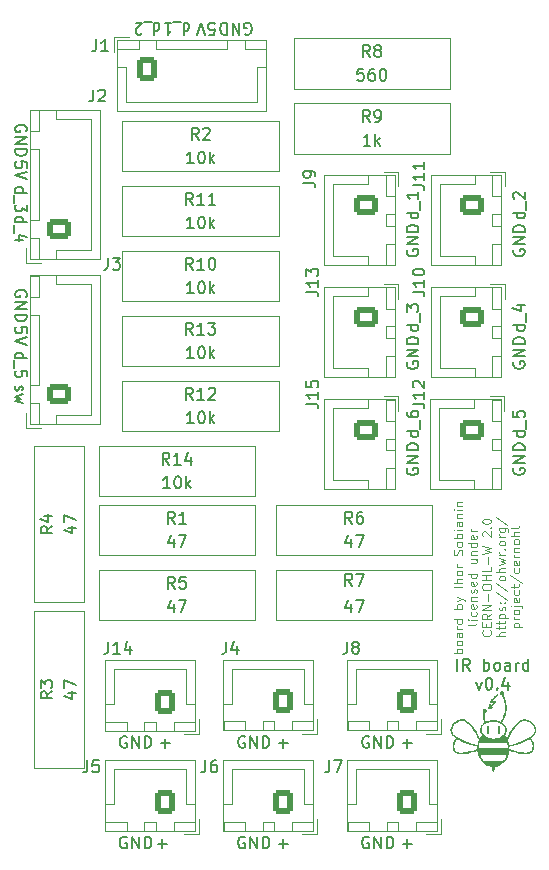
<source format=gto>
G04 #@! TF.GenerationSoftware,KiCad,Pcbnew,(6.0.7)*
G04 #@! TF.CreationDate,2023-03-09T14:40:03+00:00*
G04 #@! TF.ProjectId,ir_sensor,69725f73-656e-4736-9f72-2e6b69636164,rev?*
G04 #@! TF.SameCoordinates,Original*
G04 #@! TF.FileFunction,Legend,Top*
G04 #@! TF.FilePolarity,Positive*
%FSLAX46Y46*%
G04 Gerber Fmt 4.6, Leading zero omitted, Abs format (unit mm)*
G04 Created by KiCad (PCBNEW (6.0.7)) date 2023-03-09 14:40:03*
%MOMM*%
%LPD*%
G01*
G04 APERTURE LIST*
G04 Aperture macros list*
%AMRoundRect*
0 Rectangle with rounded corners*
0 $1 Rounding radius*
0 $2 $3 $4 $5 $6 $7 $8 $9 X,Y pos of 4 corners*
0 Add a 4 corners polygon primitive as box body*
4,1,4,$2,$3,$4,$5,$6,$7,$8,$9,$2,$3,0*
0 Add four circle primitives for the rounded corners*
1,1,$1+$1,$2,$3*
1,1,$1+$1,$4,$5*
1,1,$1+$1,$6,$7*
1,1,$1+$1,$8,$9*
0 Add four rect primitives between the rounded corners*
20,1,$1+$1,$2,$3,$4,$5,0*
20,1,$1+$1,$4,$5,$6,$7,0*
20,1,$1+$1,$6,$7,$8,$9,0*
20,1,$1+$1,$8,$9,$2,$3,0*%
G04 Aperture macros list end*
%ADD10C,0.150000*%
%ADD11C,0.100000*%
%ADD12C,0.120000*%
%ADD13C,0.010000*%
%ADD14C,2.000000*%
%ADD15RoundRect,0.250000X-0.750000X0.600000X-0.750000X-0.600000X0.750000X-0.600000X0.750000X0.600000X0*%
%ADD16O,2.000000X1.700000*%
%ADD17O,1.700000X2.000000*%
%ADD18RoundRect,0.250000X0.600000X0.750000X-0.600000X0.750000X-0.600000X-0.750000X0.600000X-0.750000X0*%
%ADD19RoundRect,0.250000X-0.600000X-0.725000X0.600000X-0.725000X0.600000X0.725000X-0.600000X0.725000X0*%
%ADD20O,1.700000X1.950000*%
%ADD21C,3.200000*%
%ADD22RoundRect,0.250000X0.725000X-0.600000X0.725000X0.600000X-0.725000X0.600000X-0.725000X-0.600000X0*%
%ADD23O,1.950000X1.700000*%
G04 APERTURE END LIST*
D10*
X116952380Y-60642857D02*
X115952380Y-60642857D01*
X116904761Y-60642857D02*
X116952380Y-60738095D01*
X116952380Y-60928571D01*
X116904761Y-61023809D01*
X116857142Y-61071428D01*
X116761904Y-61119047D01*
X116476190Y-61119047D01*
X116380952Y-61071428D01*
X116333333Y-61023809D01*
X116285714Y-60928571D01*
X116285714Y-60738095D01*
X116333333Y-60642857D01*
X117047619Y-60404761D02*
X117047619Y-59642857D01*
X115952380Y-58976190D02*
X115952380Y-59166666D01*
X116000000Y-59261904D01*
X116047619Y-59309523D01*
X116190476Y-59404761D01*
X116380952Y-59452380D01*
X116761904Y-59452380D01*
X116857142Y-59404761D01*
X116904761Y-59357142D01*
X116952380Y-59261904D01*
X116952380Y-59071428D01*
X116904761Y-58976190D01*
X116857142Y-58928571D01*
X116761904Y-58880952D01*
X116523809Y-58880952D01*
X116428571Y-58928571D01*
X116380952Y-58976190D01*
X116333333Y-59071428D01*
X116333333Y-59261904D01*
X116380952Y-59357142D01*
X116428571Y-59404761D01*
X116523809Y-59452380D01*
X116000000Y-63761904D02*
X115952380Y-63857142D01*
X115952380Y-64000000D01*
X116000000Y-64142857D01*
X116095238Y-64238095D01*
X116190476Y-64285714D01*
X116380952Y-64333333D01*
X116523809Y-64333333D01*
X116714285Y-64285714D01*
X116809523Y-64238095D01*
X116904761Y-64142857D01*
X116952380Y-64000000D01*
X116952380Y-63904761D01*
X116904761Y-63761904D01*
X116857142Y-63714285D01*
X116523809Y-63714285D01*
X116523809Y-63904761D01*
X116952380Y-63285714D02*
X115952380Y-63285714D01*
X116952380Y-62714285D01*
X115952380Y-62714285D01*
X116952380Y-62238095D02*
X115952380Y-62238095D01*
X115952380Y-62000000D01*
X116000000Y-61857142D01*
X116095238Y-61761904D01*
X116190476Y-61714285D01*
X116380952Y-61666666D01*
X116523809Y-61666666D01*
X116714285Y-61714285D01*
X116809523Y-61761904D01*
X116904761Y-61857142D01*
X116952380Y-62000000D01*
X116952380Y-62238095D01*
X92238095Y-86500000D02*
X92142857Y-86452380D01*
X92000000Y-86452380D01*
X91857142Y-86500000D01*
X91761904Y-86595238D01*
X91714285Y-86690476D01*
X91666666Y-86880952D01*
X91666666Y-87023809D01*
X91714285Y-87214285D01*
X91761904Y-87309523D01*
X91857142Y-87404761D01*
X92000000Y-87452380D01*
X92095238Y-87452380D01*
X92238095Y-87404761D01*
X92285714Y-87357142D01*
X92285714Y-87023809D01*
X92095238Y-87023809D01*
X92714285Y-87452380D02*
X92714285Y-86452380D01*
X93285714Y-87452380D01*
X93285714Y-86452380D01*
X93761904Y-87452380D02*
X93761904Y-86452380D01*
X94000000Y-86452380D01*
X94142857Y-86500000D01*
X94238095Y-86595238D01*
X94285714Y-86690476D01*
X94333333Y-86880952D01*
X94333333Y-87023809D01*
X94285714Y-87214285D01*
X94238095Y-87309523D01*
X94142857Y-87404761D01*
X94000000Y-87452380D01*
X93761904Y-87452380D01*
X95119047Y-87071428D02*
X95880952Y-87071428D01*
X95500000Y-87452380D02*
X95500000Y-86690476D01*
X83797619Y-38309523D02*
X83797619Y-37833333D01*
X83321428Y-37785714D01*
X83369047Y-37833333D01*
X83416666Y-37928571D01*
X83416666Y-38166666D01*
X83369047Y-38261904D01*
X83321428Y-38309523D01*
X83226190Y-38357142D01*
X82988095Y-38357142D01*
X82892857Y-38309523D01*
X82845238Y-38261904D01*
X82797619Y-38166666D01*
X82797619Y-37928571D01*
X82845238Y-37833333D01*
X82892857Y-37785714D01*
X83797619Y-38642857D02*
X82797619Y-38976190D01*
X83797619Y-39309523D01*
X82797619Y-42921428D02*
X83797619Y-42921428D01*
X82845238Y-42921428D02*
X82797619Y-42835714D01*
X82797619Y-42664285D01*
X82845238Y-42578571D01*
X82892857Y-42535714D01*
X82988095Y-42492857D01*
X83273809Y-42492857D01*
X83369047Y-42535714D01*
X83416666Y-42578571D01*
X83464285Y-42664285D01*
X83464285Y-42835714D01*
X83416666Y-42921428D01*
X82702380Y-43135714D02*
X82702380Y-43821428D01*
X83464285Y-44421428D02*
X82797619Y-44421428D01*
X83845238Y-44207142D02*
X83130952Y-43992857D01*
X83130952Y-44550000D01*
X83750000Y-35238095D02*
X83797619Y-35142857D01*
X83797619Y-35000000D01*
X83750000Y-34857142D01*
X83654761Y-34761904D01*
X83559523Y-34714285D01*
X83369047Y-34666666D01*
X83226190Y-34666666D01*
X83035714Y-34714285D01*
X82940476Y-34761904D01*
X82845238Y-34857142D01*
X82797619Y-35000000D01*
X82797619Y-35095238D01*
X82845238Y-35238095D01*
X82892857Y-35285714D01*
X83226190Y-35285714D01*
X83226190Y-35095238D01*
X82797619Y-35714285D02*
X83797619Y-35714285D01*
X82797619Y-36285714D01*
X83797619Y-36285714D01*
X82797619Y-36761904D02*
X83797619Y-36761904D01*
X83797619Y-37000000D01*
X83750000Y-37142857D01*
X83654761Y-37238095D01*
X83559523Y-37285714D01*
X83369047Y-37333333D01*
X83226190Y-37333333D01*
X83035714Y-37285714D01*
X82940476Y-37238095D01*
X82845238Y-37142857D01*
X82797619Y-37000000D01*
X82797619Y-36761904D01*
X82797619Y-40421428D02*
X83797619Y-40421428D01*
X82845238Y-40421428D02*
X82797619Y-40335714D01*
X82797619Y-40164285D01*
X82845238Y-40078571D01*
X82892857Y-40035714D01*
X82988095Y-39992857D01*
X83273809Y-39992857D01*
X83369047Y-40035714D01*
X83416666Y-40078571D01*
X83464285Y-40164285D01*
X83464285Y-40335714D01*
X83416666Y-40421428D01*
X82702380Y-40635714D02*
X82702380Y-41321428D01*
X83797619Y-41450000D02*
X83797619Y-42007142D01*
X83416666Y-41707142D01*
X83416666Y-41835714D01*
X83369047Y-41921428D01*
X83321428Y-41964285D01*
X83226190Y-42007142D01*
X82988095Y-42007142D01*
X82892857Y-41964285D01*
X82845238Y-41921428D01*
X82797619Y-41835714D01*
X82797619Y-41578571D01*
X82845238Y-41492857D01*
X82892857Y-41450000D01*
X94578571Y-26047619D02*
X94578571Y-27047619D01*
X94578571Y-26095238D02*
X94664285Y-26047619D01*
X94835714Y-26047619D01*
X94921428Y-26095238D01*
X94964285Y-26142857D01*
X95007142Y-26238095D01*
X95007142Y-26523809D01*
X94964285Y-26619047D01*
X94921428Y-26666666D01*
X94835714Y-26714285D01*
X94664285Y-26714285D01*
X94578571Y-26666666D01*
X94364285Y-25952380D02*
X93678571Y-25952380D01*
X93507142Y-26952380D02*
X93464285Y-27000000D01*
X93378571Y-27047619D01*
X93164285Y-27047619D01*
X93078571Y-27000000D01*
X93035714Y-26952380D01*
X92992857Y-26857142D01*
X92992857Y-26761904D01*
X93035714Y-26619047D01*
X93550000Y-26047619D01*
X92992857Y-26047619D01*
X99190476Y-27047619D02*
X99666666Y-27047619D01*
X99714285Y-26571428D01*
X99666666Y-26619047D01*
X99571428Y-26666666D01*
X99333333Y-26666666D01*
X99238095Y-26619047D01*
X99190476Y-26571428D01*
X99142857Y-26476190D01*
X99142857Y-26238095D01*
X99190476Y-26142857D01*
X99238095Y-26095238D01*
X99333333Y-26047619D01*
X99571428Y-26047619D01*
X99666666Y-26095238D01*
X99714285Y-26142857D01*
X98857142Y-27047619D02*
X98523809Y-26047619D01*
X98190476Y-27047619D01*
X102261904Y-27000000D02*
X102357142Y-27047619D01*
X102500000Y-27047619D01*
X102642857Y-27000000D01*
X102738095Y-26904761D01*
X102785714Y-26809523D01*
X102833333Y-26619047D01*
X102833333Y-26476190D01*
X102785714Y-26285714D01*
X102738095Y-26190476D01*
X102642857Y-26095238D01*
X102500000Y-26047619D01*
X102404761Y-26047619D01*
X102261904Y-26095238D01*
X102214285Y-26142857D01*
X102214285Y-26476190D01*
X102404761Y-26476190D01*
X101785714Y-26047619D02*
X101785714Y-27047619D01*
X101214285Y-26047619D01*
X101214285Y-27047619D01*
X100738095Y-26047619D02*
X100738095Y-27047619D01*
X100500000Y-27047619D01*
X100357142Y-27000000D01*
X100261904Y-26904761D01*
X100214285Y-26809523D01*
X100166666Y-26619047D01*
X100166666Y-26476190D01*
X100214285Y-26285714D01*
X100261904Y-26190476D01*
X100357142Y-26095238D01*
X100500000Y-26047619D01*
X100738095Y-26047619D01*
X97078571Y-26047619D02*
X97078571Y-27047619D01*
X97078571Y-26095238D02*
X97164285Y-26047619D01*
X97335714Y-26047619D01*
X97421428Y-26095238D01*
X97464285Y-26142857D01*
X97507142Y-26238095D01*
X97507142Y-26523809D01*
X97464285Y-26619047D01*
X97421428Y-26666666D01*
X97335714Y-26714285D01*
X97164285Y-26714285D01*
X97078571Y-26666666D01*
X96864285Y-25952380D02*
X96178571Y-25952380D01*
X95492857Y-26047619D02*
X96007142Y-26047619D01*
X95750000Y-26047619D02*
X95750000Y-27047619D01*
X95835714Y-26904761D01*
X95921428Y-26809523D01*
X96007142Y-26761904D01*
X82797619Y-54421428D02*
X83797619Y-54421428D01*
X82845238Y-54421428D02*
X82797619Y-54335714D01*
X82797619Y-54164285D01*
X82845238Y-54078571D01*
X82892857Y-54035714D01*
X82988095Y-53992857D01*
X83273809Y-53992857D01*
X83369047Y-54035714D01*
X83416666Y-54078571D01*
X83464285Y-54164285D01*
X83464285Y-54335714D01*
X83416666Y-54421428D01*
X82702380Y-54635714D02*
X82702380Y-55321428D01*
X83797619Y-55964285D02*
X83797619Y-55535714D01*
X83321428Y-55492857D01*
X83369047Y-55535714D01*
X83416666Y-55621428D01*
X83416666Y-55835714D01*
X83369047Y-55921428D01*
X83321428Y-55964285D01*
X83226190Y-56007142D01*
X82988095Y-56007142D01*
X82892857Y-55964285D01*
X82845238Y-55921428D01*
X82797619Y-55835714D01*
X82797619Y-55621428D01*
X82845238Y-55535714D01*
X82892857Y-55492857D01*
X82845238Y-56835714D02*
X82797619Y-56921428D01*
X82797619Y-57092857D01*
X82845238Y-57178571D01*
X82940476Y-57221428D01*
X82988095Y-57221428D01*
X83083333Y-57178571D01*
X83130952Y-57092857D01*
X83130952Y-56964285D01*
X83178571Y-56878571D01*
X83273809Y-56835714D01*
X83321428Y-56835714D01*
X83416666Y-56878571D01*
X83464285Y-56964285D01*
X83464285Y-57092857D01*
X83416666Y-57178571D01*
X83464285Y-57521428D02*
X82797619Y-57692857D01*
X83273809Y-57864285D01*
X82797619Y-58035714D01*
X83464285Y-58207142D01*
X83797619Y-52309523D02*
X83797619Y-51833333D01*
X83321428Y-51785714D01*
X83369047Y-51833333D01*
X83416666Y-51928571D01*
X83416666Y-52166666D01*
X83369047Y-52261904D01*
X83321428Y-52309523D01*
X83226190Y-52357142D01*
X82988095Y-52357142D01*
X82892857Y-52309523D01*
X82845238Y-52261904D01*
X82797619Y-52166666D01*
X82797619Y-51928571D01*
X82845238Y-51833333D01*
X82892857Y-51785714D01*
X83797619Y-52642857D02*
X82797619Y-52976190D01*
X83797619Y-53309523D01*
X83750000Y-49238095D02*
X83797619Y-49142857D01*
X83797619Y-49000000D01*
X83750000Y-48857142D01*
X83654761Y-48761904D01*
X83559523Y-48714285D01*
X83369047Y-48666666D01*
X83226190Y-48666666D01*
X83035714Y-48714285D01*
X82940476Y-48761904D01*
X82845238Y-48857142D01*
X82797619Y-49000000D01*
X82797619Y-49095238D01*
X82845238Y-49238095D01*
X82892857Y-49285714D01*
X83226190Y-49285714D01*
X83226190Y-49095238D01*
X82797619Y-49714285D02*
X83797619Y-49714285D01*
X82797619Y-50285714D01*
X83797619Y-50285714D01*
X82797619Y-50761904D02*
X83797619Y-50761904D01*
X83797619Y-51000000D01*
X83750000Y-51142857D01*
X83654761Y-51238095D01*
X83559523Y-51285714D01*
X83369047Y-51333333D01*
X83226190Y-51333333D01*
X83035714Y-51285714D01*
X82940476Y-51238095D01*
X82845238Y-51142857D01*
X82797619Y-51000000D01*
X82797619Y-50761904D01*
X125000000Y-45261904D02*
X124952380Y-45357142D01*
X124952380Y-45500000D01*
X125000000Y-45642857D01*
X125095238Y-45738095D01*
X125190476Y-45785714D01*
X125380952Y-45833333D01*
X125523809Y-45833333D01*
X125714285Y-45785714D01*
X125809523Y-45738095D01*
X125904761Y-45642857D01*
X125952380Y-45500000D01*
X125952380Y-45404761D01*
X125904761Y-45261904D01*
X125857142Y-45214285D01*
X125523809Y-45214285D01*
X125523809Y-45404761D01*
X125952380Y-44785714D02*
X124952380Y-44785714D01*
X125952380Y-44214285D01*
X124952380Y-44214285D01*
X125952380Y-43738095D02*
X124952380Y-43738095D01*
X124952380Y-43500000D01*
X125000000Y-43357142D01*
X125095238Y-43261904D01*
X125190476Y-43214285D01*
X125380952Y-43166666D01*
X125523809Y-43166666D01*
X125714285Y-43214285D01*
X125809523Y-43261904D01*
X125904761Y-43357142D01*
X125952380Y-43500000D01*
X125952380Y-43738095D01*
X125000000Y-54761904D02*
X124952380Y-54857142D01*
X124952380Y-55000000D01*
X125000000Y-55142857D01*
X125095238Y-55238095D01*
X125190476Y-55285714D01*
X125380952Y-55333333D01*
X125523809Y-55333333D01*
X125714285Y-55285714D01*
X125809523Y-55238095D01*
X125904761Y-55142857D01*
X125952380Y-55000000D01*
X125952380Y-54904761D01*
X125904761Y-54761904D01*
X125857142Y-54714285D01*
X125523809Y-54714285D01*
X125523809Y-54904761D01*
X125952380Y-54285714D02*
X124952380Y-54285714D01*
X125952380Y-53714285D01*
X124952380Y-53714285D01*
X125952380Y-53238095D02*
X124952380Y-53238095D01*
X124952380Y-53000000D01*
X125000000Y-52857142D01*
X125095238Y-52761904D01*
X125190476Y-52714285D01*
X125380952Y-52666666D01*
X125523809Y-52666666D01*
X125714285Y-52714285D01*
X125809523Y-52761904D01*
X125904761Y-52857142D01*
X125952380Y-53000000D01*
X125952380Y-53238095D01*
X116000000Y-54761904D02*
X115952380Y-54857142D01*
X115952380Y-55000000D01*
X116000000Y-55142857D01*
X116095238Y-55238095D01*
X116190476Y-55285714D01*
X116380952Y-55333333D01*
X116523809Y-55333333D01*
X116714285Y-55285714D01*
X116809523Y-55238095D01*
X116904761Y-55142857D01*
X116952380Y-55000000D01*
X116952380Y-54904761D01*
X116904761Y-54761904D01*
X116857142Y-54714285D01*
X116523809Y-54714285D01*
X116523809Y-54904761D01*
X116952380Y-54285714D02*
X115952380Y-54285714D01*
X116952380Y-53714285D01*
X115952380Y-53714285D01*
X116952380Y-53238095D02*
X115952380Y-53238095D01*
X115952380Y-53000000D01*
X116000000Y-52857142D01*
X116095238Y-52761904D01*
X116190476Y-52714285D01*
X116380952Y-52666666D01*
X116523809Y-52666666D01*
X116714285Y-52714285D01*
X116809523Y-52761904D01*
X116904761Y-52857142D01*
X116952380Y-53000000D01*
X116952380Y-53238095D01*
X125000000Y-63761904D02*
X124952380Y-63857142D01*
X124952380Y-64000000D01*
X125000000Y-64142857D01*
X125095238Y-64238095D01*
X125190476Y-64285714D01*
X125380952Y-64333333D01*
X125523809Y-64333333D01*
X125714285Y-64285714D01*
X125809523Y-64238095D01*
X125904761Y-64142857D01*
X125952380Y-64000000D01*
X125952380Y-63904761D01*
X125904761Y-63761904D01*
X125857142Y-63714285D01*
X125523809Y-63714285D01*
X125523809Y-63904761D01*
X125952380Y-63285714D02*
X124952380Y-63285714D01*
X125952380Y-62714285D01*
X124952380Y-62714285D01*
X125952380Y-62238095D02*
X124952380Y-62238095D01*
X124952380Y-62000000D01*
X125000000Y-61857142D01*
X125095238Y-61761904D01*
X125190476Y-61714285D01*
X125380952Y-61666666D01*
X125523809Y-61666666D01*
X125714285Y-61714285D01*
X125809523Y-61761904D01*
X125904761Y-61857142D01*
X125952380Y-62000000D01*
X125952380Y-62238095D01*
X116952380Y-51642857D02*
X115952380Y-51642857D01*
X116904761Y-51642857D02*
X116952380Y-51738095D01*
X116952380Y-51928571D01*
X116904761Y-52023809D01*
X116857142Y-52071428D01*
X116761904Y-52119047D01*
X116476190Y-52119047D01*
X116380952Y-52071428D01*
X116333333Y-52023809D01*
X116285714Y-51928571D01*
X116285714Y-51738095D01*
X116333333Y-51642857D01*
X117047619Y-51404761D02*
X117047619Y-50642857D01*
X115952380Y-50500000D02*
X115952380Y-49880952D01*
X116333333Y-50214285D01*
X116333333Y-50071428D01*
X116380952Y-49976190D01*
X116428571Y-49928571D01*
X116523809Y-49880952D01*
X116761904Y-49880952D01*
X116857142Y-49928571D01*
X116904761Y-49976190D01*
X116952380Y-50071428D01*
X116952380Y-50357142D01*
X116904761Y-50452380D01*
X116857142Y-50500000D01*
X125952380Y-60642857D02*
X124952380Y-60642857D01*
X125904761Y-60642857D02*
X125952380Y-60738095D01*
X125952380Y-60928571D01*
X125904761Y-61023809D01*
X125857142Y-61071428D01*
X125761904Y-61119047D01*
X125476190Y-61119047D01*
X125380952Y-61071428D01*
X125333333Y-61023809D01*
X125285714Y-60928571D01*
X125285714Y-60738095D01*
X125333333Y-60642857D01*
X126047619Y-60404761D02*
X126047619Y-59642857D01*
X124952380Y-58928571D02*
X124952380Y-59404761D01*
X125428571Y-59452380D01*
X125380952Y-59404761D01*
X125333333Y-59309523D01*
X125333333Y-59071428D01*
X125380952Y-58976190D01*
X125428571Y-58928571D01*
X125523809Y-58880952D01*
X125761904Y-58880952D01*
X125857142Y-58928571D01*
X125904761Y-58976190D01*
X125952380Y-59071428D01*
X125952380Y-59309523D01*
X125904761Y-59404761D01*
X125857142Y-59452380D01*
X116952380Y-42142857D02*
X115952380Y-42142857D01*
X116904761Y-42142857D02*
X116952380Y-42238095D01*
X116952380Y-42428571D01*
X116904761Y-42523809D01*
X116857142Y-42571428D01*
X116761904Y-42619047D01*
X116476190Y-42619047D01*
X116380952Y-42571428D01*
X116333333Y-42523809D01*
X116285714Y-42428571D01*
X116285714Y-42238095D01*
X116333333Y-42142857D01*
X117047619Y-41904761D02*
X117047619Y-41142857D01*
X116952380Y-40380952D02*
X116952380Y-40952380D01*
X116952380Y-40666666D02*
X115952380Y-40666666D01*
X116095238Y-40761904D01*
X116190476Y-40857142D01*
X116238095Y-40952380D01*
X116000000Y-45261904D02*
X115952380Y-45357142D01*
X115952380Y-45500000D01*
X116000000Y-45642857D01*
X116095238Y-45738095D01*
X116190476Y-45785714D01*
X116380952Y-45833333D01*
X116523809Y-45833333D01*
X116714285Y-45785714D01*
X116809523Y-45738095D01*
X116904761Y-45642857D01*
X116952380Y-45500000D01*
X116952380Y-45404761D01*
X116904761Y-45261904D01*
X116857142Y-45214285D01*
X116523809Y-45214285D01*
X116523809Y-45404761D01*
X116952380Y-44785714D02*
X115952380Y-44785714D01*
X116952380Y-44214285D01*
X115952380Y-44214285D01*
X116952380Y-43738095D02*
X115952380Y-43738095D01*
X115952380Y-43500000D01*
X116000000Y-43357142D01*
X116095238Y-43261904D01*
X116190476Y-43214285D01*
X116380952Y-43166666D01*
X116523809Y-43166666D01*
X116714285Y-43214285D01*
X116809523Y-43261904D01*
X116904761Y-43357142D01*
X116952380Y-43500000D01*
X116952380Y-43738095D01*
X92238095Y-95000000D02*
X92142857Y-94952380D01*
X92000000Y-94952380D01*
X91857142Y-95000000D01*
X91761904Y-95095238D01*
X91714285Y-95190476D01*
X91666666Y-95380952D01*
X91666666Y-95523809D01*
X91714285Y-95714285D01*
X91761904Y-95809523D01*
X91857142Y-95904761D01*
X92000000Y-95952380D01*
X92095238Y-95952380D01*
X92238095Y-95904761D01*
X92285714Y-95857142D01*
X92285714Y-95523809D01*
X92095238Y-95523809D01*
X92714285Y-95952380D02*
X92714285Y-94952380D01*
X93285714Y-95952380D01*
X93285714Y-94952380D01*
X93761904Y-95952380D02*
X93761904Y-94952380D01*
X94000000Y-94952380D01*
X94142857Y-95000000D01*
X94238095Y-95095238D01*
X94285714Y-95190476D01*
X94333333Y-95380952D01*
X94333333Y-95523809D01*
X94285714Y-95714285D01*
X94238095Y-95809523D01*
X94142857Y-95904761D01*
X94000000Y-95952380D01*
X93761904Y-95952380D01*
X94869047Y-95571428D02*
X95630952Y-95571428D01*
X95250000Y-95952380D02*
X95250000Y-95190476D01*
X102238095Y-86500000D02*
X102142857Y-86452380D01*
X102000000Y-86452380D01*
X101857142Y-86500000D01*
X101761904Y-86595238D01*
X101714285Y-86690476D01*
X101666666Y-86880952D01*
X101666666Y-87023809D01*
X101714285Y-87214285D01*
X101761904Y-87309523D01*
X101857142Y-87404761D01*
X102000000Y-87452380D01*
X102095238Y-87452380D01*
X102238095Y-87404761D01*
X102285714Y-87357142D01*
X102285714Y-87023809D01*
X102095238Y-87023809D01*
X102714285Y-87452380D02*
X102714285Y-86452380D01*
X103285714Y-87452380D01*
X103285714Y-86452380D01*
X103761904Y-87452380D02*
X103761904Y-86452380D01*
X104000000Y-86452380D01*
X104142857Y-86500000D01*
X104238095Y-86595238D01*
X104285714Y-86690476D01*
X104333333Y-86880952D01*
X104333333Y-87023809D01*
X104285714Y-87214285D01*
X104238095Y-87309523D01*
X104142857Y-87404761D01*
X104000000Y-87452380D01*
X103761904Y-87452380D01*
X105119047Y-87071428D02*
X105880952Y-87071428D01*
X105500000Y-87452380D02*
X105500000Y-86690476D01*
D11*
X120674285Y-79392857D02*
X119924285Y-79392857D01*
X120210000Y-79392857D02*
X120174285Y-79321428D01*
X120174285Y-79178571D01*
X120210000Y-79107142D01*
X120245714Y-79071428D01*
X120317142Y-79035714D01*
X120531428Y-79035714D01*
X120602857Y-79071428D01*
X120638571Y-79107142D01*
X120674285Y-79178571D01*
X120674285Y-79321428D01*
X120638571Y-79392857D01*
X120674285Y-78607142D02*
X120638571Y-78678571D01*
X120602857Y-78714285D01*
X120531428Y-78750000D01*
X120317142Y-78750000D01*
X120245714Y-78714285D01*
X120210000Y-78678571D01*
X120174285Y-78607142D01*
X120174285Y-78500000D01*
X120210000Y-78428571D01*
X120245714Y-78392857D01*
X120317142Y-78357142D01*
X120531428Y-78357142D01*
X120602857Y-78392857D01*
X120638571Y-78428571D01*
X120674285Y-78500000D01*
X120674285Y-78607142D01*
X120674285Y-77714285D02*
X120281428Y-77714285D01*
X120210000Y-77750000D01*
X120174285Y-77821428D01*
X120174285Y-77964285D01*
X120210000Y-78035714D01*
X120638571Y-77714285D02*
X120674285Y-77785714D01*
X120674285Y-77964285D01*
X120638571Y-78035714D01*
X120567142Y-78071428D01*
X120495714Y-78071428D01*
X120424285Y-78035714D01*
X120388571Y-77964285D01*
X120388571Y-77785714D01*
X120352857Y-77714285D01*
X120674285Y-77357142D02*
X120174285Y-77357142D01*
X120317142Y-77357142D02*
X120245714Y-77321428D01*
X120210000Y-77285714D01*
X120174285Y-77214285D01*
X120174285Y-77142857D01*
X120674285Y-76571428D02*
X119924285Y-76571428D01*
X120638571Y-76571428D02*
X120674285Y-76642857D01*
X120674285Y-76785714D01*
X120638571Y-76857142D01*
X120602857Y-76892857D01*
X120531428Y-76928571D01*
X120317142Y-76928571D01*
X120245714Y-76892857D01*
X120210000Y-76857142D01*
X120174285Y-76785714D01*
X120174285Y-76642857D01*
X120210000Y-76571428D01*
X120674285Y-75642857D02*
X119924285Y-75642857D01*
X120210000Y-75642857D02*
X120174285Y-75571428D01*
X120174285Y-75428571D01*
X120210000Y-75357142D01*
X120245714Y-75321428D01*
X120317142Y-75285714D01*
X120531428Y-75285714D01*
X120602857Y-75321428D01*
X120638571Y-75357142D01*
X120674285Y-75428571D01*
X120674285Y-75571428D01*
X120638571Y-75642857D01*
X120174285Y-75035714D02*
X120674285Y-74857142D01*
X120174285Y-74678571D02*
X120674285Y-74857142D01*
X120852857Y-74928571D01*
X120888571Y-74964285D01*
X120924285Y-75035714D01*
X120674285Y-73821428D02*
X119924285Y-73821428D01*
X120674285Y-73464285D02*
X119924285Y-73464285D01*
X120674285Y-73142857D02*
X120281428Y-73142857D01*
X120210000Y-73178571D01*
X120174285Y-73250000D01*
X120174285Y-73357142D01*
X120210000Y-73428571D01*
X120245714Y-73464285D01*
X120674285Y-72678571D02*
X120638571Y-72750000D01*
X120602857Y-72785714D01*
X120531428Y-72821428D01*
X120317142Y-72821428D01*
X120245714Y-72785714D01*
X120210000Y-72750000D01*
X120174285Y-72678571D01*
X120174285Y-72571428D01*
X120210000Y-72500000D01*
X120245714Y-72464285D01*
X120317142Y-72428571D01*
X120531428Y-72428571D01*
X120602857Y-72464285D01*
X120638571Y-72500000D01*
X120674285Y-72571428D01*
X120674285Y-72678571D01*
X120674285Y-72107142D02*
X120174285Y-72107142D01*
X120317142Y-72107142D02*
X120245714Y-72071428D01*
X120210000Y-72035714D01*
X120174285Y-71964285D01*
X120174285Y-71892857D01*
X120638571Y-71107142D02*
X120674285Y-71000000D01*
X120674285Y-70821428D01*
X120638571Y-70750000D01*
X120602857Y-70714285D01*
X120531428Y-70678571D01*
X120460000Y-70678571D01*
X120388571Y-70714285D01*
X120352857Y-70750000D01*
X120317142Y-70821428D01*
X120281428Y-70964285D01*
X120245714Y-71035714D01*
X120210000Y-71071428D01*
X120138571Y-71107142D01*
X120067142Y-71107142D01*
X119995714Y-71071428D01*
X119960000Y-71035714D01*
X119924285Y-70964285D01*
X119924285Y-70785714D01*
X119960000Y-70678571D01*
X120674285Y-70250000D02*
X120638571Y-70321428D01*
X120602857Y-70357142D01*
X120531428Y-70392857D01*
X120317142Y-70392857D01*
X120245714Y-70357142D01*
X120210000Y-70321428D01*
X120174285Y-70250000D01*
X120174285Y-70142857D01*
X120210000Y-70071428D01*
X120245714Y-70035714D01*
X120317142Y-70000000D01*
X120531428Y-70000000D01*
X120602857Y-70035714D01*
X120638571Y-70071428D01*
X120674285Y-70142857D01*
X120674285Y-70250000D01*
X120674285Y-69678571D02*
X119924285Y-69678571D01*
X120210000Y-69678571D02*
X120174285Y-69607142D01*
X120174285Y-69464285D01*
X120210000Y-69392857D01*
X120245714Y-69357142D01*
X120317142Y-69321428D01*
X120531428Y-69321428D01*
X120602857Y-69357142D01*
X120638571Y-69392857D01*
X120674285Y-69464285D01*
X120674285Y-69607142D01*
X120638571Y-69678571D01*
X120674285Y-69000000D02*
X120174285Y-69000000D01*
X119924285Y-69000000D02*
X119960000Y-69035714D01*
X119995714Y-69000000D01*
X119960000Y-68964285D01*
X119924285Y-69000000D01*
X119995714Y-69000000D01*
X120674285Y-68321428D02*
X120281428Y-68321428D01*
X120210000Y-68357142D01*
X120174285Y-68428571D01*
X120174285Y-68571428D01*
X120210000Y-68642857D01*
X120638571Y-68321428D02*
X120674285Y-68392857D01*
X120674285Y-68571428D01*
X120638571Y-68642857D01*
X120567142Y-68678571D01*
X120495714Y-68678571D01*
X120424285Y-68642857D01*
X120388571Y-68571428D01*
X120388571Y-68392857D01*
X120352857Y-68321428D01*
X120174285Y-67964285D02*
X120674285Y-67964285D01*
X120245714Y-67964285D02*
X120210000Y-67928571D01*
X120174285Y-67857142D01*
X120174285Y-67750000D01*
X120210000Y-67678571D01*
X120281428Y-67642857D01*
X120674285Y-67642857D01*
X120674285Y-67285714D02*
X120174285Y-67285714D01*
X119924285Y-67285714D02*
X119960000Y-67321428D01*
X119995714Y-67285714D01*
X119960000Y-67250000D01*
X119924285Y-67285714D01*
X119995714Y-67285714D01*
X120174285Y-66928571D02*
X120674285Y-66928571D01*
X120245714Y-66928571D02*
X120210000Y-66892857D01*
X120174285Y-66821428D01*
X120174285Y-66714285D01*
X120210000Y-66642857D01*
X120281428Y-66607142D01*
X120674285Y-66607142D01*
X121881785Y-76892857D02*
X121846071Y-76964285D01*
X121774642Y-77000000D01*
X121131785Y-77000000D01*
X121881785Y-76607142D02*
X121381785Y-76607142D01*
X121131785Y-76607142D02*
X121167500Y-76642857D01*
X121203214Y-76607142D01*
X121167500Y-76571428D01*
X121131785Y-76607142D01*
X121203214Y-76607142D01*
X121846071Y-75928571D02*
X121881785Y-76000000D01*
X121881785Y-76142857D01*
X121846071Y-76214285D01*
X121810357Y-76250000D01*
X121738928Y-76285714D01*
X121524642Y-76285714D01*
X121453214Y-76250000D01*
X121417500Y-76214285D01*
X121381785Y-76142857D01*
X121381785Y-76000000D01*
X121417500Y-75928571D01*
X121846071Y-75321428D02*
X121881785Y-75392857D01*
X121881785Y-75535714D01*
X121846071Y-75607142D01*
X121774642Y-75642857D01*
X121488928Y-75642857D01*
X121417500Y-75607142D01*
X121381785Y-75535714D01*
X121381785Y-75392857D01*
X121417500Y-75321428D01*
X121488928Y-75285714D01*
X121560357Y-75285714D01*
X121631785Y-75642857D01*
X121381785Y-74964285D02*
X121881785Y-74964285D01*
X121453214Y-74964285D02*
X121417500Y-74928571D01*
X121381785Y-74857142D01*
X121381785Y-74750000D01*
X121417500Y-74678571D01*
X121488928Y-74642857D01*
X121881785Y-74642857D01*
X121846071Y-74321428D02*
X121881785Y-74250000D01*
X121881785Y-74107142D01*
X121846071Y-74035714D01*
X121774642Y-74000000D01*
X121738928Y-74000000D01*
X121667500Y-74035714D01*
X121631785Y-74107142D01*
X121631785Y-74214285D01*
X121596071Y-74285714D01*
X121524642Y-74321428D01*
X121488928Y-74321428D01*
X121417500Y-74285714D01*
X121381785Y-74214285D01*
X121381785Y-74107142D01*
X121417500Y-74035714D01*
X121846071Y-73392857D02*
X121881785Y-73464285D01*
X121881785Y-73607142D01*
X121846071Y-73678571D01*
X121774642Y-73714285D01*
X121488928Y-73714285D01*
X121417500Y-73678571D01*
X121381785Y-73607142D01*
X121381785Y-73464285D01*
X121417500Y-73392857D01*
X121488928Y-73357142D01*
X121560357Y-73357142D01*
X121631785Y-73714285D01*
X121881785Y-72714285D02*
X121131785Y-72714285D01*
X121846071Y-72714285D02*
X121881785Y-72785714D01*
X121881785Y-72928571D01*
X121846071Y-73000000D01*
X121810357Y-73035714D01*
X121738928Y-73071428D01*
X121524642Y-73071428D01*
X121453214Y-73035714D01*
X121417500Y-73000000D01*
X121381785Y-72928571D01*
X121381785Y-72785714D01*
X121417500Y-72714285D01*
X121381785Y-71464285D02*
X121881785Y-71464285D01*
X121381785Y-71785714D02*
X121774642Y-71785714D01*
X121846071Y-71750000D01*
X121881785Y-71678571D01*
X121881785Y-71571428D01*
X121846071Y-71500000D01*
X121810357Y-71464285D01*
X121381785Y-71107142D02*
X121881785Y-71107142D01*
X121453214Y-71107142D02*
X121417500Y-71071428D01*
X121381785Y-71000000D01*
X121381785Y-70892857D01*
X121417500Y-70821428D01*
X121488928Y-70785714D01*
X121881785Y-70785714D01*
X121881785Y-70107142D02*
X121131785Y-70107142D01*
X121846071Y-70107142D02*
X121881785Y-70178571D01*
X121881785Y-70321428D01*
X121846071Y-70392857D01*
X121810357Y-70428571D01*
X121738928Y-70464285D01*
X121524642Y-70464285D01*
X121453214Y-70428571D01*
X121417500Y-70392857D01*
X121381785Y-70321428D01*
X121381785Y-70178571D01*
X121417500Y-70107142D01*
X121846071Y-69464285D02*
X121881785Y-69535714D01*
X121881785Y-69678571D01*
X121846071Y-69750000D01*
X121774642Y-69785714D01*
X121488928Y-69785714D01*
X121417500Y-69750000D01*
X121381785Y-69678571D01*
X121381785Y-69535714D01*
X121417500Y-69464285D01*
X121488928Y-69428571D01*
X121560357Y-69428571D01*
X121631785Y-69785714D01*
X121881785Y-69107142D02*
X121381785Y-69107142D01*
X121524642Y-69107142D02*
X121453214Y-69071428D01*
X121417500Y-69035714D01*
X121381785Y-68964285D01*
X121381785Y-68892857D01*
X123017857Y-77500000D02*
X123053571Y-77535714D01*
X123089285Y-77642857D01*
X123089285Y-77714285D01*
X123053571Y-77821428D01*
X122982142Y-77892857D01*
X122910714Y-77928571D01*
X122767857Y-77964285D01*
X122660714Y-77964285D01*
X122517857Y-77928571D01*
X122446428Y-77892857D01*
X122375000Y-77821428D01*
X122339285Y-77714285D01*
X122339285Y-77642857D01*
X122375000Y-77535714D01*
X122410714Y-77500000D01*
X122696428Y-77178571D02*
X122696428Y-76928571D01*
X123089285Y-76821428D02*
X123089285Y-77178571D01*
X122339285Y-77178571D01*
X122339285Y-76821428D01*
X123089285Y-76071428D02*
X122732142Y-76321428D01*
X123089285Y-76500000D02*
X122339285Y-76500000D01*
X122339285Y-76214285D01*
X122375000Y-76142857D01*
X122410714Y-76107142D01*
X122482142Y-76071428D01*
X122589285Y-76071428D01*
X122660714Y-76107142D01*
X122696428Y-76142857D01*
X122732142Y-76214285D01*
X122732142Y-76500000D01*
X123089285Y-75750000D02*
X122339285Y-75750000D01*
X123089285Y-75321428D01*
X122339285Y-75321428D01*
X122803571Y-74964285D02*
X122803571Y-74392857D01*
X122339285Y-73892857D02*
X122339285Y-73750000D01*
X122375000Y-73678571D01*
X122446428Y-73607142D01*
X122589285Y-73571428D01*
X122839285Y-73571428D01*
X122982142Y-73607142D01*
X123053571Y-73678571D01*
X123089285Y-73750000D01*
X123089285Y-73892857D01*
X123053571Y-73964285D01*
X122982142Y-74035714D01*
X122839285Y-74071428D01*
X122589285Y-74071428D01*
X122446428Y-74035714D01*
X122375000Y-73964285D01*
X122339285Y-73892857D01*
X123089285Y-73250000D02*
X122339285Y-73250000D01*
X122696428Y-73250000D02*
X122696428Y-72821428D01*
X123089285Y-72821428D02*
X122339285Y-72821428D01*
X123089285Y-72107142D02*
X123089285Y-72464285D01*
X122339285Y-72464285D01*
X122803571Y-71857142D02*
X122803571Y-71285714D01*
X122339285Y-71000000D02*
X123089285Y-70821428D01*
X122553571Y-70678571D01*
X123089285Y-70535714D01*
X122339285Y-70357142D01*
X122410714Y-69535714D02*
X122375000Y-69500000D01*
X122339285Y-69428571D01*
X122339285Y-69250000D01*
X122375000Y-69178571D01*
X122410714Y-69142857D01*
X122482142Y-69107142D01*
X122553571Y-69107142D01*
X122660714Y-69142857D01*
X123089285Y-69571428D01*
X123089285Y-69107142D01*
X123017857Y-68785714D02*
X123053571Y-68750000D01*
X123089285Y-68785714D01*
X123053571Y-68821428D01*
X123017857Y-68785714D01*
X123089285Y-68785714D01*
X122339285Y-68285714D02*
X122339285Y-68214285D01*
X122375000Y-68142857D01*
X122410714Y-68107142D01*
X122482142Y-68071428D01*
X122625000Y-68035714D01*
X122803571Y-68035714D01*
X122946428Y-68071428D01*
X123017857Y-68107142D01*
X123053571Y-68142857D01*
X123089285Y-68214285D01*
X123089285Y-68285714D01*
X123053571Y-68357142D01*
X123017857Y-68392857D01*
X122946428Y-68428571D01*
X122803571Y-68464285D01*
X122625000Y-68464285D01*
X122482142Y-68428571D01*
X122410714Y-68392857D01*
X122375000Y-68357142D01*
X122339285Y-68285714D01*
X124296785Y-77982142D02*
X123546785Y-77982142D01*
X124296785Y-77660714D02*
X123903928Y-77660714D01*
X123832500Y-77696428D01*
X123796785Y-77767857D01*
X123796785Y-77875000D01*
X123832500Y-77946428D01*
X123868214Y-77982142D01*
X123796785Y-77410714D02*
X123796785Y-77125000D01*
X123546785Y-77303571D02*
X124189642Y-77303571D01*
X124261071Y-77267857D01*
X124296785Y-77196428D01*
X124296785Y-77125000D01*
X123796785Y-76982142D02*
X123796785Y-76696428D01*
X123546785Y-76875000D02*
X124189642Y-76875000D01*
X124261071Y-76839285D01*
X124296785Y-76767857D01*
X124296785Y-76696428D01*
X123796785Y-76446428D02*
X124546785Y-76446428D01*
X123832500Y-76446428D02*
X123796785Y-76375000D01*
X123796785Y-76232142D01*
X123832500Y-76160714D01*
X123868214Y-76125000D01*
X123939642Y-76089285D01*
X124153928Y-76089285D01*
X124225357Y-76125000D01*
X124261071Y-76160714D01*
X124296785Y-76232142D01*
X124296785Y-76375000D01*
X124261071Y-76446428D01*
X124261071Y-75803571D02*
X124296785Y-75732142D01*
X124296785Y-75589285D01*
X124261071Y-75517857D01*
X124189642Y-75482142D01*
X124153928Y-75482142D01*
X124082500Y-75517857D01*
X124046785Y-75589285D01*
X124046785Y-75696428D01*
X124011071Y-75767857D01*
X123939642Y-75803571D01*
X123903928Y-75803571D01*
X123832500Y-75767857D01*
X123796785Y-75696428D01*
X123796785Y-75589285D01*
X123832500Y-75517857D01*
X124225357Y-75160714D02*
X124261071Y-75125000D01*
X124296785Y-75160714D01*
X124261071Y-75196428D01*
X124225357Y-75160714D01*
X124296785Y-75160714D01*
X123832500Y-75160714D02*
X123868214Y-75125000D01*
X123903928Y-75160714D01*
X123868214Y-75196428D01*
X123832500Y-75160714D01*
X123903928Y-75160714D01*
X123511071Y-74267857D02*
X124475357Y-74910714D01*
X123511071Y-73482142D02*
X124475357Y-74125000D01*
X124296785Y-73125000D02*
X124261071Y-73196428D01*
X124225357Y-73232142D01*
X124153928Y-73267857D01*
X123939642Y-73267857D01*
X123868214Y-73232142D01*
X123832500Y-73196428D01*
X123796785Y-73125000D01*
X123796785Y-73017857D01*
X123832500Y-72946428D01*
X123868214Y-72910714D01*
X123939642Y-72875000D01*
X124153928Y-72875000D01*
X124225357Y-72910714D01*
X124261071Y-72946428D01*
X124296785Y-73017857D01*
X124296785Y-73125000D01*
X124296785Y-72553571D02*
X123546785Y-72553571D01*
X124296785Y-72232142D02*
X123903928Y-72232142D01*
X123832500Y-72267857D01*
X123796785Y-72339285D01*
X123796785Y-72446428D01*
X123832500Y-72517857D01*
X123868214Y-72553571D01*
X123796785Y-71946428D02*
X124296785Y-71803571D01*
X123939642Y-71660714D01*
X124296785Y-71517857D01*
X123796785Y-71375000D01*
X124296785Y-71089285D02*
X123796785Y-71089285D01*
X123939642Y-71089285D02*
X123868214Y-71053571D01*
X123832500Y-71017857D01*
X123796785Y-70946428D01*
X123796785Y-70875000D01*
X124225357Y-70625000D02*
X124261071Y-70589285D01*
X124296785Y-70625000D01*
X124261071Y-70660714D01*
X124225357Y-70625000D01*
X124296785Y-70625000D01*
X124296785Y-70160714D02*
X124261071Y-70232142D01*
X124225357Y-70267857D01*
X124153928Y-70303571D01*
X123939642Y-70303571D01*
X123868214Y-70267857D01*
X123832500Y-70232142D01*
X123796785Y-70160714D01*
X123796785Y-70053571D01*
X123832500Y-69982142D01*
X123868214Y-69946428D01*
X123939642Y-69910714D01*
X124153928Y-69910714D01*
X124225357Y-69946428D01*
X124261071Y-69982142D01*
X124296785Y-70053571D01*
X124296785Y-70160714D01*
X124296785Y-69589285D02*
X123796785Y-69589285D01*
X123939642Y-69589285D02*
X123868214Y-69553571D01*
X123832500Y-69517857D01*
X123796785Y-69446428D01*
X123796785Y-69375000D01*
X123796785Y-68803571D02*
X124403928Y-68803571D01*
X124475357Y-68839285D01*
X124511071Y-68875000D01*
X124546785Y-68946428D01*
X124546785Y-69053571D01*
X124511071Y-69125000D01*
X124261071Y-68803571D02*
X124296785Y-68875000D01*
X124296785Y-69017857D01*
X124261071Y-69089285D01*
X124225357Y-69125000D01*
X124153928Y-69160714D01*
X123939642Y-69160714D01*
X123868214Y-69125000D01*
X123832500Y-69089285D01*
X123796785Y-69017857D01*
X123796785Y-68875000D01*
X123832500Y-68803571D01*
X123511071Y-67910714D02*
X124475357Y-68553571D01*
X125004285Y-77250000D02*
X125754285Y-77250000D01*
X125040000Y-77250000D02*
X125004285Y-77178571D01*
X125004285Y-77035714D01*
X125040000Y-76964285D01*
X125075714Y-76928571D01*
X125147142Y-76892857D01*
X125361428Y-76892857D01*
X125432857Y-76928571D01*
X125468571Y-76964285D01*
X125504285Y-77035714D01*
X125504285Y-77178571D01*
X125468571Y-77250000D01*
X125504285Y-76571428D02*
X125004285Y-76571428D01*
X125147142Y-76571428D02*
X125075714Y-76535714D01*
X125040000Y-76500000D01*
X125004285Y-76428571D01*
X125004285Y-76357142D01*
X125504285Y-76000000D02*
X125468571Y-76071428D01*
X125432857Y-76107142D01*
X125361428Y-76142857D01*
X125147142Y-76142857D01*
X125075714Y-76107142D01*
X125040000Y-76071428D01*
X125004285Y-76000000D01*
X125004285Y-75892857D01*
X125040000Y-75821428D01*
X125075714Y-75785714D01*
X125147142Y-75750000D01*
X125361428Y-75750000D01*
X125432857Y-75785714D01*
X125468571Y-75821428D01*
X125504285Y-75892857D01*
X125504285Y-76000000D01*
X125004285Y-75428571D02*
X125647142Y-75428571D01*
X125718571Y-75464285D01*
X125754285Y-75535714D01*
X125754285Y-75571428D01*
X124754285Y-75428571D02*
X124790000Y-75464285D01*
X124825714Y-75428571D01*
X124790000Y-75392857D01*
X124754285Y-75428571D01*
X124825714Y-75428571D01*
X125468571Y-74785714D02*
X125504285Y-74857142D01*
X125504285Y-75000000D01*
X125468571Y-75071428D01*
X125397142Y-75107142D01*
X125111428Y-75107142D01*
X125040000Y-75071428D01*
X125004285Y-75000000D01*
X125004285Y-74857142D01*
X125040000Y-74785714D01*
X125111428Y-74750000D01*
X125182857Y-74750000D01*
X125254285Y-75107142D01*
X125468571Y-74107142D02*
X125504285Y-74178571D01*
X125504285Y-74321428D01*
X125468571Y-74392857D01*
X125432857Y-74428571D01*
X125361428Y-74464285D01*
X125147142Y-74464285D01*
X125075714Y-74428571D01*
X125040000Y-74392857D01*
X125004285Y-74321428D01*
X125004285Y-74178571D01*
X125040000Y-74107142D01*
X125004285Y-73892857D02*
X125004285Y-73607142D01*
X124754285Y-73785714D02*
X125397142Y-73785714D01*
X125468571Y-73750000D01*
X125504285Y-73678571D01*
X125504285Y-73607142D01*
X124718571Y-72821428D02*
X125682857Y-73464285D01*
X125468571Y-72250000D02*
X125504285Y-72321428D01*
X125504285Y-72464285D01*
X125468571Y-72535714D01*
X125432857Y-72571428D01*
X125361428Y-72607142D01*
X125147142Y-72607142D01*
X125075714Y-72571428D01*
X125040000Y-72535714D01*
X125004285Y-72464285D01*
X125004285Y-72321428D01*
X125040000Y-72250000D01*
X125468571Y-71642857D02*
X125504285Y-71714285D01*
X125504285Y-71857142D01*
X125468571Y-71928571D01*
X125397142Y-71964285D01*
X125111428Y-71964285D01*
X125040000Y-71928571D01*
X125004285Y-71857142D01*
X125004285Y-71714285D01*
X125040000Y-71642857D01*
X125111428Y-71607142D01*
X125182857Y-71607142D01*
X125254285Y-71964285D01*
X125504285Y-71285714D02*
X125004285Y-71285714D01*
X125147142Y-71285714D02*
X125075714Y-71250000D01*
X125040000Y-71214285D01*
X125004285Y-71142857D01*
X125004285Y-71071428D01*
X125004285Y-70821428D02*
X125504285Y-70821428D01*
X125075714Y-70821428D02*
X125040000Y-70785714D01*
X125004285Y-70714285D01*
X125004285Y-70607142D01*
X125040000Y-70535714D01*
X125111428Y-70500000D01*
X125504285Y-70500000D01*
X125504285Y-70035714D02*
X125468571Y-70107142D01*
X125432857Y-70142857D01*
X125361428Y-70178571D01*
X125147142Y-70178571D01*
X125075714Y-70142857D01*
X125040000Y-70107142D01*
X125004285Y-70035714D01*
X125004285Y-69928571D01*
X125040000Y-69857142D01*
X125075714Y-69821428D01*
X125147142Y-69785714D01*
X125361428Y-69785714D01*
X125432857Y-69821428D01*
X125468571Y-69857142D01*
X125504285Y-69928571D01*
X125504285Y-70035714D01*
X125504285Y-69464285D02*
X124754285Y-69464285D01*
X125504285Y-69142857D02*
X125111428Y-69142857D01*
X125040000Y-69178571D01*
X125004285Y-69250000D01*
X125004285Y-69357142D01*
X125040000Y-69428571D01*
X125075714Y-69464285D01*
X125504285Y-68678571D02*
X125468571Y-68750000D01*
X125397142Y-68785714D01*
X124754285Y-68785714D01*
D10*
X125952380Y-51642857D02*
X124952380Y-51642857D01*
X125904761Y-51642857D02*
X125952380Y-51738095D01*
X125952380Y-51928571D01*
X125904761Y-52023809D01*
X125857142Y-52071428D01*
X125761904Y-52119047D01*
X125476190Y-52119047D01*
X125380952Y-52071428D01*
X125333333Y-52023809D01*
X125285714Y-51928571D01*
X125285714Y-51738095D01*
X125333333Y-51642857D01*
X126047619Y-51404761D02*
X126047619Y-50642857D01*
X125285714Y-49976190D02*
X125952380Y-49976190D01*
X124904761Y-50214285D02*
X125619047Y-50452380D01*
X125619047Y-49833333D01*
X115619047Y-87071428D02*
X116380952Y-87071428D01*
X116000000Y-87452380D02*
X116000000Y-86690476D01*
X120250000Y-80897380D02*
X120250000Y-79897380D01*
X121297619Y-80897380D02*
X120964285Y-80421190D01*
X120726190Y-80897380D02*
X120726190Y-79897380D01*
X121107142Y-79897380D01*
X121202380Y-79945000D01*
X121250000Y-79992619D01*
X121297619Y-80087857D01*
X121297619Y-80230714D01*
X121250000Y-80325952D01*
X121202380Y-80373571D01*
X121107142Y-80421190D01*
X120726190Y-80421190D01*
X122488095Y-80897380D02*
X122488095Y-79897380D01*
X122488095Y-80278333D02*
X122583333Y-80230714D01*
X122773809Y-80230714D01*
X122869047Y-80278333D01*
X122916666Y-80325952D01*
X122964285Y-80421190D01*
X122964285Y-80706904D01*
X122916666Y-80802142D01*
X122869047Y-80849761D01*
X122773809Y-80897380D01*
X122583333Y-80897380D01*
X122488095Y-80849761D01*
X123535714Y-80897380D02*
X123440476Y-80849761D01*
X123392857Y-80802142D01*
X123345238Y-80706904D01*
X123345238Y-80421190D01*
X123392857Y-80325952D01*
X123440476Y-80278333D01*
X123535714Y-80230714D01*
X123678571Y-80230714D01*
X123773809Y-80278333D01*
X123821428Y-80325952D01*
X123869047Y-80421190D01*
X123869047Y-80706904D01*
X123821428Y-80802142D01*
X123773809Y-80849761D01*
X123678571Y-80897380D01*
X123535714Y-80897380D01*
X124726190Y-80897380D02*
X124726190Y-80373571D01*
X124678571Y-80278333D01*
X124583333Y-80230714D01*
X124392857Y-80230714D01*
X124297619Y-80278333D01*
X124726190Y-80849761D02*
X124630952Y-80897380D01*
X124392857Y-80897380D01*
X124297619Y-80849761D01*
X124250000Y-80754523D01*
X124250000Y-80659285D01*
X124297619Y-80564047D01*
X124392857Y-80516428D01*
X124630952Y-80516428D01*
X124726190Y-80468809D01*
X125202380Y-80897380D02*
X125202380Y-80230714D01*
X125202380Y-80421190D02*
X125250000Y-80325952D01*
X125297619Y-80278333D01*
X125392857Y-80230714D01*
X125488095Y-80230714D01*
X126250000Y-80897380D02*
X126250000Y-79897380D01*
X126250000Y-80849761D02*
X126154761Y-80897380D01*
X125964285Y-80897380D01*
X125869047Y-80849761D01*
X125821428Y-80802142D01*
X125773809Y-80706904D01*
X125773809Y-80421190D01*
X125821428Y-80325952D01*
X125869047Y-80278333D01*
X125964285Y-80230714D01*
X126154761Y-80230714D01*
X126250000Y-80278333D01*
X121821428Y-81840714D02*
X122059523Y-82507380D01*
X122297619Y-81840714D01*
X122869047Y-81507380D02*
X122964285Y-81507380D01*
X123059523Y-81555000D01*
X123107142Y-81602619D01*
X123154761Y-81697857D01*
X123202380Y-81888333D01*
X123202380Y-82126428D01*
X123154761Y-82316904D01*
X123107142Y-82412142D01*
X123059523Y-82459761D01*
X122964285Y-82507380D01*
X122869047Y-82507380D01*
X122773809Y-82459761D01*
X122726190Y-82412142D01*
X122678571Y-82316904D01*
X122630952Y-82126428D01*
X122630952Y-81888333D01*
X122678571Y-81697857D01*
X122726190Y-81602619D01*
X122773809Y-81555000D01*
X122869047Y-81507380D01*
X123630952Y-82412142D02*
X123678571Y-82459761D01*
X123630952Y-82507380D01*
X123583333Y-82459761D01*
X123630952Y-82412142D01*
X123630952Y-82507380D01*
X124535714Y-81840714D02*
X124535714Y-82507380D01*
X124297619Y-81459761D02*
X124059523Y-82174047D01*
X124678571Y-82174047D01*
X112738095Y-86500000D02*
X112642857Y-86452380D01*
X112500000Y-86452380D01*
X112357142Y-86500000D01*
X112261904Y-86595238D01*
X112214285Y-86690476D01*
X112166666Y-86880952D01*
X112166666Y-87023809D01*
X112214285Y-87214285D01*
X112261904Y-87309523D01*
X112357142Y-87404761D01*
X112500000Y-87452380D01*
X112595238Y-87452380D01*
X112738095Y-87404761D01*
X112785714Y-87357142D01*
X112785714Y-87023809D01*
X112595238Y-87023809D01*
X113214285Y-87452380D02*
X113214285Y-86452380D01*
X113785714Y-87452380D01*
X113785714Y-86452380D01*
X114261904Y-87452380D02*
X114261904Y-86452380D01*
X114500000Y-86452380D01*
X114642857Y-86500000D01*
X114738095Y-86595238D01*
X114785714Y-86690476D01*
X114833333Y-86880952D01*
X114833333Y-87023809D01*
X114785714Y-87214285D01*
X114738095Y-87309523D01*
X114642857Y-87404761D01*
X114500000Y-87452380D01*
X114261904Y-87452380D01*
X112738095Y-95000000D02*
X112642857Y-94952380D01*
X112500000Y-94952380D01*
X112357142Y-95000000D01*
X112261904Y-95095238D01*
X112214285Y-95190476D01*
X112166666Y-95380952D01*
X112166666Y-95523809D01*
X112214285Y-95714285D01*
X112261904Y-95809523D01*
X112357142Y-95904761D01*
X112500000Y-95952380D01*
X112595238Y-95952380D01*
X112738095Y-95904761D01*
X112785714Y-95857142D01*
X112785714Y-95523809D01*
X112595238Y-95523809D01*
X113214285Y-95952380D02*
X113214285Y-94952380D01*
X113785714Y-95952380D01*
X113785714Y-94952380D01*
X114261904Y-95952380D02*
X114261904Y-94952380D01*
X114500000Y-94952380D01*
X114642857Y-95000000D01*
X114738095Y-95095238D01*
X114785714Y-95190476D01*
X114833333Y-95380952D01*
X114833333Y-95523809D01*
X114785714Y-95714285D01*
X114738095Y-95809523D01*
X114642857Y-95904761D01*
X114500000Y-95952380D01*
X114261904Y-95952380D01*
X115619047Y-95571428D02*
X116380952Y-95571428D01*
X116000000Y-95952380D02*
X116000000Y-95190476D01*
X102238095Y-95000000D02*
X102142857Y-94952380D01*
X102000000Y-94952380D01*
X101857142Y-95000000D01*
X101761904Y-95095238D01*
X101714285Y-95190476D01*
X101666666Y-95380952D01*
X101666666Y-95523809D01*
X101714285Y-95714285D01*
X101761904Y-95809523D01*
X101857142Y-95904761D01*
X102000000Y-95952380D01*
X102095238Y-95952380D01*
X102238095Y-95904761D01*
X102285714Y-95857142D01*
X102285714Y-95523809D01*
X102095238Y-95523809D01*
X102714285Y-95952380D02*
X102714285Y-94952380D01*
X103285714Y-95952380D01*
X103285714Y-94952380D01*
X103761904Y-95952380D02*
X103761904Y-94952380D01*
X104000000Y-94952380D01*
X104142857Y-95000000D01*
X104238095Y-95095238D01*
X104285714Y-95190476D01*
X104333333Y-95380952D01*
X104333333Y-95523809D01*
X104285714Y-95714285D01*
X104238095Y-95809523D01*
X104142857Y-95904761D01*
X104000000Y-95952380D01*
X103761904Y-95952380D01*
X105119047Y-95571428D02*
X105880952Y-95571428D01*
X105500000Y-95952380D02*
X105500000Y-95190476D01*
X125952380Y-42142857D02*
X124952380Y-42142857D01*
X125904761Y-42142857D02*
X125952380Y-42238095D01*
X125952380Y-42428571D01*
X125904761Y-42523809D01*
X125857142Y-42571428D01*
X125761904Y-42619047D01*
X125476190Y-42619047D01*
X125380952Y-42571428D01*
X125333333Y-42523809D01*
X125285714Y-42428571D01*
X125285714Y-42238095D01*
X125333333Y-42142857D01*
X126047619Y-41904761D02*
X126047619Y-41142857D01*
X125047619Y-40952380D02*
X125000000Y-40904761D01*
X124952380Y-40809523D01*
X124952380Y-40571428D01*
X125000000Y-40476190D01*
X125047619Y-40428571D01*
X125142857Y-40380952D01*
X125238095Y-40380952D01*
X125380952Y-40428571D01*
X125952380Y-41000000D01*
X125952380Y-40380952D01*
X95857142Y-63452380D02*
X95523809Y-62976190D01*
X95285714Y-63452380D02*
X95285714Y-62452380D01*
X95666666Y-62452380D01*
X95761904Y-62500000D01*
X95809523Y-62547619D01*
X95857142Y-62642857D01*
X95857142Y-62785714D01*
X95809523Y-62880952D01*
X95761904Y-62928571D01*
X95666666Y-62976190D01*
X95285714Y-62976190D01*
X96809523Y-63452380D02*
X96238095Y-63452380D01*
X96523809Y-63452380D02*
X96523809Y-62452380D01*
X96428571Y-62595238D01*
X96333333Y-62690476D01*
X96238095Y-62738095D01*
X97666666Y-62785714D02*
X97666666Y-63452380D01*
X97428571Y-62404761D02*
X97190476Y-63119047D01*
X97809523Y-63119047D01*
X95904761Y-65452380D02*
X95333333Y-65452380D01*
X95619047Y-65452380D02*
X95619047Y-64452380D01*
X95523809Y-64595238D01*
X95428571Y-64690476D01*
X95333333Y-64738095D01*
X96523809Y-64452380D02*
X96619047Y-64452380D01*
X96714285Y-64500000D01*
X96761904Y-64547619D01*
X96809523Y-64642857D01*
X96857142Y-64833333D01*
X96857142Y-65071428D01*
X96809523Y-65261904D01*
X96761904Y-65357142D01*
X96714285Y-65404761D01*
X96619047Y-65452380D01*
X96523809Y-65452380D01*
X96428571Y-65404761D01*
X96380952Y-65357142D01*
X96333333Y-65261904D01*
X96285714Y-65071428D01*
X96285714Y-64833333D01*
X96333333Y-64642857D01*
X96380952Y-64547619D01*
X96428571Y-64500000D01*
X96523809Y-64452380D01*
X97285714Y-65452380D02*
X97285714Y-64452380D01*
X97380952Y-65071428D02*
X97666666Y-65452380D01*
X97666666Y-64785714D02*
X97285714Y-65166666D01*
X107452380Y-58309523D02*
X108166666Y-58309523D01*
X108309523Y-58357142D01*
X108404761Y-58452380D01*
X108452380Y-58595238D01*
X108452380Y-58690476D01*
X108452380Y-57309523D02*
X108452380Y-57880952D01*
X108452380Y-57595238D02*
X107452380Y-57595238D01*
X107595238Y-57690476D01*
X107690476Y-57785714D01*
X107738095Y-57880952D01*
X107452380Y-56404761D02*
X107452380Y-56880952D01*
X107928571Y-56928571D01*
X107880952Y-56880952D01*
X107833333Y-56785714D01*
X107833333Y-56547619D01*
X107880952Y-56452380D01*
X107928571Y-56404761D01*
X108023809Y-56357142D01*
X108261904Y-56357142D01*
X108357142Y-56404761D01*
X108404761Y-56452380D01*
X108452380Y-56547619D01*
X108452380Y-56785714D01*
X108404761Y-56880952D01*
X108357142Y-56928571D01*
X90690476Y-78452380D02*
X90690476Y-79166666D01*
X90642857Y-79309523D01*
X90547619Y-79404761D01*
X90404761Y-79452380D01*
X90309523Y-79452380D01*
X91690476Y-79452380D02*
X91119047Y-79452380D01*
X91404761Y-79452380D02*
X91404761Y-78452380D01*
X91309523Y-78595238D01*
X91214285Y-78690476D01*
X91119047Y-78738095D01*
X92547619Y-78785714D02*
X92547619Y-79452380D01*
X92309523Y-78404761D02*
X92071428Y-79119047D01*
X92690476Y-79119047D01*
X89666666Y-27452380D02*
X89666666Y-28166666D01*
X89619047Y-28309523D01*
X89523809Y-28404761D01*
X89380952Y-28452380D01*
X89285714Y-28452380D01*
X90666666Y-28452380D02*
X90095238Y-28452380D01*
X90380952Y-28452380D02*
X90380952Y-27452380D01*
X90285714Y-27595238D01*
X90190476Y-27690476D01*
X90095238Y-27738095D01*
X96333333Y-68452380D02*
X96000000Y-67976190D01*
X95761904Y-68452380D02*
X95761904Y-67452380D01*
X96142857Y-67452380D01*
X96238095Y-67500000D01*
X96285714Y-67547619D01*
X96333333Y-67642857D01*
X96333333Y-67785714D01*
X96285714Y-67880952D01*
X96238095Y-67928571D01*
X96142857Y-67976190D01*
X95761904Y-67976190D01*
X97285714Y-68452380D02*
X96714285Y-68452380D01*
X97000000Y-68452380D02*
X97000000Y-67452380D01*
X96904761Y-67595238D01*
X96809523Y-67690476D01*
X96714285Y-67738095D01*
X96214285Y-69785714D02*
X96214285Y-70452380D01*
X95976190Y-69404761D02*
X95738095Y-70119047D01*
X96357142Y-70119047D01*
X96642857Y-69452380D02*
X97309523Y-69452380D01*
X96880952Y-70452380D01*
X98333333Y-35952380D02*
X98000000Y-35476190D01*
X97761904Y-35952380D02*
X97761904Y-34952380D01*
X98142857Y-34952380D01*
X98238095Y-35000000D01*
X98285714Y-35047619D01*
X98333333Y-35142857D01*
X98333333Y-35285714D01*
X98285714Y-35380952D01*
X98238095Y-35428571D01*
X98142857Y-35476190D01*
X97761904Y-35476190D01*
X98714285Y-35047619D02*
X98761904Y-35000000D01*
X98857142Y-34952380D01*
X99095238Y-34952380D01*
X99190476Y-35000000D01*
X99238095Y-35047619D01*
X99285714Y-35142857D01*
X99285714Y-35238095D01*
X99238095Y-35380952D01*
X98666666Y-35952380D01*
X99285714Y-35952380D01*
X97904761Y-37952380D02*
X97333333Y-37952380D01*
X97619047Y-37952380D02*
X97619047Y-36952380D01*
X97523809Y-37095238D01*
X97428571Y-37190476D01*
X97333333Y-37238095D01*
X98523809Y-36952380D02*
X98619047Y-36952380D01*
X98714285Y-37000000D01*
X98761904Y-37047619D01*
X98809523Y-37142857D01*
X98857142Y-37333333D01*
X98857142Y-37571428D01*
X98809523Y-37761904D01*
X98761904Y-37857142D01*
X98714285Y-37904761D01*
X98619047Y-37952380D01*
X98523809Y-37952380D01*
X98428571Y-37904761D01*
X98380952Y-37857142D01*
X98333333Y-37761904D01*
X98285714Y-37571428D01*
X98285714Y-37333333D01*
X98333333Y-37142857D01*
X98380952Y-37047619D01*
X98428571Y-37000000D01*
X98523809Y-36952380D01*
X99285714Y-37952380D02*
X99285714Y-36952380D01*
X99380952Y-37571428D02*
X99666666Y-37952380D01*
X99666666Y-37285714D02*
X99285714Y-37666666D01*
X89416666Y-31702380D02*
X89416666Y-32416666D01*
X89369047Y-32559523D01*
X89273809Y-32654761D01*
X89130952Y-32702380D01*
X89035714Y-32702380D01*
X89845238Y-31797619D02*
X89892857Y-31750000D01*
X89988095Y-31702380D01*
X90226190Y-31702380D01*
X90321428Y-31750000D01*
X90369047Y-31797619D01*
X90416666Y-31892857D01*
X90416666Y-31988095D01*
X90369047Y-32130952D01*
X89797619Y-32702380D01*
X90416666Y-32702380D01*
X90666666Y-45952380D02*
X90666666Y-46666666D01*
X90619047Y-46809523D01*
X90523809Y-46904761D01*
X90380952Y-46952380D01*
X90285714Y-46952380D01*
X91047619Y-45952380D02*
X91666666Y-45952380D01*
X91333333Y-46333333D01*
X91476190Y-46333333D01*
X91571428Y-46380952D01*
X91619047Y-46428571D01*
X91666666Y-46523809D01*
X91666666Y-46761904D01*
X91619047Y-46857142D01*
X91571428Y-46904761D01*
X91476190Y-46952380D01*
X91190476Y-46952380D01*
X91095238Y-46904761D01*
X91047619Y-46857142D01*
X100666666Y-78452380D02*
X100666666Y-79166666D01*
X100619047Y-79309523D01*
X100523809Y-79404761D01*
X100380952Y-79452380D01*
X100285714Y-79452380D01*
X101571428Y-78785714D02*
X101571428Y-79452380D01*
X101333333Y-78404761D02*
X101095238Y-79119047D01*
X101714285Y-79119047D01*
X88916666Y-88502380D02*
X88916666Y-89216666D01*
X88869047Y-89359523D01*
X88773809Y-89454761D01*
X88630952Y-89502380D01*
X88535714Y-89502380D01*
X89869047Y-88502380D02*
X89392857Y-88502380D01*
X89345238Y-88978571D01*
X89392857Y-88930952D01*
X89488095Y-88883333D01*
X89726190Y-88883333D01*
X89821428Y-88930952D01*
X89869047Y-88978571D01*
X89916666Y-89073809D01*
X89916666Y-89311904D01*
X89869047Y-89407142D01*
X89821428Y-89454761D01*
X89726190Y-89502380D01*
X89488095Y-89502380D01*
X89392857Y-89454761D01*
X89345238Y-89407142D01*
X98916666Y-88502380D02*
X98916666Y-89216666D01*
X98869047Y-89359523D01*
X98773809Y-89454761D01*
X98630952Y-89502380D01*
X98535714Y-89502380D01*
X99821428Y-88502380D02*
X99630952Y-88502380D01*
X99535714Y-88550000D01*
X99488095Y-88597619D01*
X99392857Y-88740476D01*
X99345238Y-88930952D01*
X99345238Y-89311904D01*
X99392857Y-89407142D01*
X99440476Y-89454761D01*
X99535714Y-89502380D01*
X99726190Y-89502380D01*
X99821428Y-89454761D01*
X99869047Y-89407142D01*
X99916666Y-89311904D01*
X99916666Y-89073809D01*
X99869047Y-88978571D01*
X99821428Y-88930952D01*
X99726190Y-88883333D01*
X99535714Y-88883333D01*
X99440476Y-88930952D01*
X99392857Y-88978571D01*
X99345238Y-89073809D01*
X109416666Y-88502380D02*
X109416666Y-89216666D01*
X109369047Y-89359523D01*
X109273809Y-89454761D01*
X109130952Y-89502380D01*
X109035714Y-89502380D01*
X109797619Y-88502380D02*
X110464285Y-88502380D01*
X110035714Y-89502380D01*
X110916666Y-78452380D02*
X110916666Y-79166666D01*
X110869047Y-79309523D01*
X110773809Y-79404761D01*
X110630952Y-79452380D01*
X110535714Y-79452380D01*
X111535714Y-78880952D02*
X111440476Y-78833333D01*
X111392857Y-78785714D01*
X111345238Y-78690476D01*
X111345238Y-78642857D01*
X111392857Y-78547619D01*
X111440476Y-78500000D01*
X111535714Y-78452380D01*
X111726190Y-78452380D01*
X111821428Y-78500000D01*
X111869047Y-78547619D01*
X111916666Y-78642857D01*
X111916666Y-78690476D01*
X111869047Y-78785714D01*
X111821428Y-78833333D01*
X111726190Y-78880952D01*
X111535714Y-78880952D01*
X111440476Y-78928571D01*
X111392857Y-78976190D01*
X111345238Y-79071428D01*
X111345238Y-79261904D01*
X111392857Y-79357142D01*
X111440476Y-79404761D01*
X111535714Y-79452380D01*
X111726190Y-79452380D01*
X111821428Y-79404761D01*
X111869047Y-79357142D01*
X111916666Y-79261904D01*
X111916666Y-79071428D01*
X111869047Y-78976190D01*
X111821428Y-78928571D01*
X111726190Y-78880952D01*
X107202380Y-39583333D02*
X107916666Y-39583333D01*
X108059523Y-39630952D01*
X108154761Y-39726190D01*
X108202380Y-39869047D01*
X108202380Y-39964285D01*
X108202380Y-39059523D02*
X108202380Y-38869047D01*
X108154761Y-38773809D01*
X108107142Y-38726190D01*
X107964285Y-38630952D01*
X107773809Y-38583333D01*
X107392857Y-38583333D01*
X107297619Y-38630952D01*
X107250000Y-38678571D01*
X107202380Y-38773809D01*
X107202380Y-38964285D01*
X107250000Y-39059523D01*
X107297619Y-39107142D01*
X107392857Y-39154761D01*
X107630952Y-39154761D01*
X107726190Y-39107142D01*
X107773809Y-39059523D01*
X107821428Y-38964285D01*
X107821428Y-38773809D01*
X107773809Y-38678571D01*
X107726190Y-38630952D01*
X107630952Y-38583333D01*
X116452380Y-48809523D02*
X117166666Y-48809523D01*
X117309523Y-48857142D01*
X117404761Y-48952380D01*
X117452380Y-49095238D01*
X117452380Y-49190476D01*
X117452380Y-47809523D02*
X117452380Y-48380952D01*
X117452380Y-48095238D02*
X116452380Y-48095238D01*
X116595238Y-48190476D01*
X116690476Y-48285714D01*
X116738095Y-48380952D01*
X116452380Y-47190476D02*
X116452380Y-47095238D01*
X116500000Y-47000000D01*
X116547619Y-46952380D01*
X116642857Y-46904761D01*
X116833333Y-46857142D01*
X117071428Y-46857142D01*
X117261904Y-46904761D01*
X117357142Y-46952380D01*
X117404761Y-47000000D01*
X117452380Y-47095238D01*
X117452380Y-47190476D01*
X117404761Y-47285714D01*
X117357142Y-47333333D01*
X117261904Y-47380952D01*
X117071428Y-47428571D01*
X116833333Y-47428571D01*
X116642857Y-47380952D01*
X116547619Y-47333333D01*
X116500000Y-47285714D01*
X116452380Y-47190476D01*
X116452380Y-39809523D02*
X117166666Y-39809523D01*
X117309523Y-39857142D01*
X117404761Y-39952380D01*
X117452380Y-40095238D01*
X117452380Y-40190476D01*
X117452380Y-38809523D02*
X117452380Y-39380952D01*
X117452380Y-39095238D02*
X116452380Y-39095238D01*
X116595238Y-39190476D01*
X116690476Y-39285714D01*
X116738095Y-39380952D01*
X117452380Y-37857142D02*
X117452380Y-38428571D01*
X117452380Y-38142857D02*
X116452380Y-38142857D01*
X116595238Y-38238095D01*
X116690476Y-38333333D01*
X116738095Y-38428571D01*
X116452380Y-58309523D02*
X117166666Y-58309523D01*
X117309523Y-58357142D01*
X117404761Y-58452380D01*
X117452380Y-58595238D01*
X117452380Y-58690476D01*
X117452380Y-57309523D02*
X117452380Y-57880952D01*
X117452380Y-57595238D02*
X116452380Y-57595238D01*
X116595238Y-57690476D01*
X116690476Y-57785714D01*
X116738095Y-57880952D01*
X116547619Y-56928571D02*
X116500000Y-56880952D01*
X116452380Y-56785714D01*
X116452380Y-56547619D01*
X116500000Y-56452380D01*
X116547619Y-56404761D01*
X116642857Y-56357142D01*
X116738095Y-56357142D01*
X116880952Y-56404761D01*
X117452380Y-56976190D01*
X117452380Y-56357142D01*
X107452380Y-48809523D02*
X108166666Y-48809523D01*
X108309523Y-48857142D01*
X108404761Y-48952380D01*
X108452380Y-49095238D01*
X108452380Y-49190476D01*
X108452380Y-47809523D02*
X108452380Y-48380952D01*
X108452380Y-48095238D02*
X107452380Y-48095238D01*
X107595238Y-48190476D01*
X107690476Y-48285714D01*
X107738095Y-48380952D01*
X107452380Y-47476190D02*
X107452380Y-46857142D01*
X107833333Y-47190476D01*
X107833333Y-47047619D01*
X107880952Y-46952380D01*
X107928571Y-46904761D01*
X108023809Y-46857142D01*
X108261904Y-46857142D01*
X108357142Y-46904761D01*
X108404761Y-46952380D01*
X108452380Y-47047619D01*
X108452380Y-47333333D01*
X108404761Y-47428571D01*
X108357142Y-47476190D01*
X85952380Y-82666666D02*
X85476190Y-83000000D01*
X85952380Y-83238095D02*
X84952380Y-83238095D01*
X84952380Y-82857142D01*
X85000000Y-82761904D01*
X85047619Y-82714285D01*
X85142857Y-82666666D01*
X85285714Y-82666666D01*
X85380952Y-82714285D01*
X85428571Y-82761904D01*
X85476190Y-82857142D01*
X85476190Y-83238095D01*
X84952380Y-82333333D02*
X84952380Y-81714285D01*
X85333333Y-82047619D01*
X85333333Y-81904761D01*
X85380952Y-81809523D01*
X85428571Y-81761904D01*
X85523809Y-81714285D01*
X85761904Y-81714285D01*
X85857142Y-81761904D01*
X85904761Y-81809523D01*
X85952380Y-81904761D01*
X85952380Y-82190476D01*
X85904761Y-82285714D01*
X85857142Y-82333333D01*
X87285714Y-82785714D02*
X87952380Y-82785714D01*
X86904761Y-83023809D02*
X87619047Y-83261904D01*
X87619047Y-82642857D01*
X86952380Y-82357142D02*
X86952380Y-81690476D01*
X87952380Y-82119047D01*
X85952380Y-68666666D02*
X85476190Y-69000000D01*
X85952380Y-69238095D02*
X84952380Y-69238095D01*
X84952380Y-68857142D01*
X85000000Y-68761904D01*
X85047619Y-68714285D01*
X85142857Y-68666666D01*
X85285714Y-68666666D01*
X85380952Y-68714285D01*
X85428571Y-68761904D01*
X85476190Y-68857142D01*
X85476190Y-69238095D01*
X85285714Y-67809523D02*
X85952380Y-67809523D01*
X84904761Y-68047619D02*
X85619047Y-68285714D01*
X85619047Y-67666666D01*
X87285714Y-68785714D02*
X87952380Y-68785714D01*
X86904761Y-69023809D02*
X87619047Y-69261904D01*
X87619047Y-68642857D01*
X86952380Y-68357142D02*
X86952380Y-67690476D01*
X87952380Y-68119047D01*
X96333333Y-73952380D02*
X96000000Y-73476190D01*
X95761904Y-73952380D02*
X95761904Y-72952380D01*
X96142857Y-72952380D01*
X96238095Y-73000000D01*
X96285714Y-73047619D01*
X96333333Y-73142857D01*
X96333333Y-73285714D01*
X96285714Y-73380952D01*
X96238095Y-73428571D01*
X96142857Y-73476190D01*
X95761904Y-73476190D01*
X97238095Y-72952380D02*
X96761904Y-72952380D01*
X96714285Y-73428571D01*
X96761904Y-73380952D01*
X96857142Y-73333333D01*
X97095238Y-73333333D01*
X97190476Y-73380952D01*
X97238095Y-73428571D01*
X97285714Y-73523809D01*
X97285714Y-73761904D01*
X97238095Y-73857142D01*
X97190476Y-73904761D01*
X97095238Y-73952380D01*
X96857142Y-73952380D01*
X96761904Y-73904761D01*
X96714285Y-73857142D01*
X96214285Y-75285714D02*
X96214285Y-75952380D01*
X95976190Y-74904761D02*
X95738095Y-75619047D01*
X96357142Y-75619047D01*
X96642857Y-74952380D02*
X97309523Y-74952380D01*
X96880952Y-75952380D01*
X111333333Y-68452380D02*
X111000000Y-67976190D01*
X110761904Y-68452380D02*
X110761904Y-67452380D01*
X111142857Y-67452380D01*
X111238095Y-67500000D01*
X111285714Y-67547619D01*
X111333333Y-67642857D01*
X111333333Y-67785714D01*
X111285714Y-67880952D01*
X111238095Y-67928571D01*
X111142857Y-67976190D01*
X110761904Y-67976190D01*
X112190476Y-67452380D02*
X112000000Y-67452380D01*
X111904761Y-67500000D01*
X111857142Y-67547619D01*
X111761904Y-67690476D01*
X111714285Y-67880952D01*
X111714285Y-68261904D01*
X111761904Y-68357142D01*
X111809523Y-68404761D01*
X111904761Y-68452380D01*
X112095238Y-68452380D01*
X112190476Y-68404761D01*
X112238095Y-68357142D01*
X112285714Y-68261904D01*
X112285714Y-68023809D01*
X112238095Y-67928571D01*
X112190476Y-67880952D01*
X112095238Y-67833333D01*
X111904761Y-67833333D01*
X111809523Y-67880952D01*
X111761904Y-67928571D01*
X111714285Y-68023809D01*
X111214285Y-69785714D02*
X111214285Y-70452380D01*
X110976190Y-69404761D02*
X110738095Y-70119047D01*
X111357142Y-70119047D01*
X111642857Y-69452380D02*
X112309523Y-69452380D01*
X111880952Y-70452380D01*
X111333333Y-73702380D02*
X111000000Y-73226190D01*
X110761904Y-73702380D02*
X110761904Y-72702380D01*
X111142857Y-72702380D01*
X111238095Y-72750000D01*
X111285714Y-72797619D01*
X111333333Y-72892857D01*
X111333333Y-73035714D01*
X111285714Y-73130952D01*
X111238095Y-73178571D01*
X111142857Y-73226190D01*
X110761904Y-73226190D01*
X111666666Y-72702380D02*
X112333333Y-72702380D01*
X111904761Y-73702380D01*
X111214285Y-75285714D02*
X111214285Y-75952380D01*
X110976190Y-74904761D02*
X110738095Y-75619047D01*
X111357142Y-75619047D01*
X111642857Y-74952380D02*
X112309523Y-74952380D01*
X111880952Y-75952380D01*
X112833333Y-28952380D02*
X112500000Y-28476190D01*
X112261904Y-28952380D02*
X112261904Y-27952380D01*
X112642857Y-27952380D01*
X112738095Y-28000000D01*
X112785714Y-28047619D01*
X112833333Y-28142857D01*
X112833333Y-28285714D01*
X112785714Y-28380952D01*
X112738095Y-28428571D01*
X112642857Y-28476190D01*
X112261904Y-28476190D01*
X113404761Y-28380952D02*
X113309523Y-28333333D01*
X113261904Y-28285714D01*
X113214285Y-28190476D01*
X113214285Y-28142857D01*
X113261904Y-28047619D01*
X113309523Y-28000000D01*
X113404761Y-27952380D01*
X113595238Y-27952380D01*
X113690476Y-28000000D01*
X113738095Y-28047619D01*
X113785714Y-28142857D01*
X113785714Y-28190476D01*
X113738095Y-28285714D01*
X113690476Y-28333333D01*
X113595238Y-28380952D01*
X113404761Y-28380952D01*
X113309523Y-28428571D01*
X113261904Y-28476190D01*
X113214285Y-28571428D01*
X113214285Y-28761904D01*
X113261904Y-28857142D01*
X113309523Y-28904761D01*
X113404761Y-28952380D01*
X113595238Y-28952380D01*
X113690476Y-28904761D01*
X113738095Y-28857142D01*
X113785714Y-28761904D01*
X113785714Y-28571428D01*
X113738095Y-28476190D01*
X113690476Y-28428571D01*
X113595238Y-28380952D01*
X112285714Y-29952380D02*
X111809523Y-29952380D01*
X111761904Y-30428571D01*
X111809523Y-30380952D01*
X111904761Y-30333333D01*
X112142857Y-30333333D01*
X112238095Y-30380952D01*
X112285714Y-30428571D01*
X112333333Y-30523809D01*
X112333333Y-30761904D01*
X112285714Y-30857142D01*
X112238095Y-30904761D01*
X112142857Y-30952380D01*
X111904761Y-30952380D01*
X111809523Y-30904761D01*
X111761904Y-30857142D01*
X113190476Y-29952380D02*
X113000000Y-29952380D01*
X112904761Y-30000000D01*
X112857142Y-30047619D01*
X112761904Y-30190476D01*
X112714285Y-30380952D01*
X112714285Y-30761904D01*
X112761904Y-30857142D01*
X112809523Y-30904761D01*
X112904761Y-30952380D01*
X113095238Y-30952380D01*
X113190476Y-30904761D01*
X113238095Y-30857142D01*
X113285714Y-30761904D01*
X113285714Y-30523809D01*
X113238095Y-30428571D01*
X113190476Y-30380952D01*
X113095238Y-30333333D01*
X112904761Y-30333333D01*
X112809523Y-30380952D01*
X112761904Y-30428571D01*
X112714285Y-30523809D01*
X113904761Y-29952380D02*
X114000000Y-29952380D01*
X114095238Y-30000000D01*
X114142857Y-30047619D01*
X114190476Y-30142857D01*
X114238095Y-30333333D01*
X114238095Y-30571428D01*
X114190476Y-30761904D01*
X114142857Y-30857142D01*
X114095238Y-30904761D01*
X114000000Y-30952380D01*
X113904761Y-30952380D01*
X113809523Y-30904761D01*
X113761904Y-30857142D01*
X113714285Y-30761904D01*
X113666666Y-30571428D01*
X113666666Y-30333333D01*
X113714285Y-30142857D01*
X113761904Y-30047619D01*
X113809523Y-30000000D01*
X113904761Y-29952380D01*
X112833333Y-34452380D02*
X112500000Y-33976190D01*
X112261904Y-34452380D02*
X112261904Y-33452380D01*
X112642857Y-33452380D01*
X112738095Y-33500000D01*
X112785714Y-33547619D01*
X112833333Y-33642857D01*
X112833333Y-33785714D01*
X112785714Y-33880952D01*
X112738095Y-33928571D01*
X112642857Y-33976190D01*
X112261904Y-33976190D01*
X113309523Y-34452380D02*
X113500000Y-34452380D01*
X113595238Y-34404761D01*
X113642857Y-34357142D01*
X113738095Y-34214285D01*
X113785714Y-34023809D01*
X113785714Y-33642857D01*
X113738095Y-33547619D01*
X113690476Y-33500000D01*
X113595238Y-33452380D01*
X113404761Y-33452380D01*
X113309523Y-33500000D01*
X113261904Y-33547619D01*
X113214285Y-33642857D01*
X113214285Y-33880952D01*
X113261904Y-33976190D01*
X113309523Y-34023809D01*
X113404761Y-34071428D01*
X113595238Y-34071428D01*
X113690476Y-34023809D01*
X113738095Y-33976190D01*
X113785714Y-33880952D01*
X112880952Y-36452380D02*
X112309523Y-36452380D01*
X112595238Y-36452380D02*
X112595238Y-35452380D01*
X112500000Y-35595238D01*
X112404761Y-35690476D01*
X112309523Y-35738095D01*
X113309523Y-36452380D02*
X113309523Y-35452380D01*
X113404761Y-36071428D02*
X113690476Y-36452380D01*
X113690476Y-35785714D02*
X113309523Y-36166666D01*
X97857142Y-46952380D02*
X97523809Y-46476190D01*
X97285714Y-46952380D02*
X97285714Y-45952380D01*
X97666666Y-45952380D01*
X97761904Y-46000000D01*
X97809523Y-46047619D01*
X97857142Y-46142857D01*
X97857142Y-46285714D01*
X97809523Y-46380952D01*
X97761904Y-46428571D01*
X97666666Y-46476190D01*
X97285714Y-46476190D01*
X98809523Y-46952380D02*
X98238095Y-46952380D01*
X98523809Y-46952380D02*
X98523809Y-45952380D01*
X98428571Y-46095238D01*
X98333333Y-46190476D01*
X98238095Y-46238095D01*
X99428571Y-45952380D02*
X99523809Y-45952380D01*
X99619047Y-46000000D01*
X99666666Y-46047619D01*
X99714285Y-46142857D01*
X99761904Y-46333333D01*
X99761904Y-46571428D01*
X99714285Y-46761904D01*
X99666666Y-46857142D01*
X99619047Y-46904761D01*
X99523809Y-46952380D01*
X99428571Y-46952380D01*
X99333333Y-46904761D01*
X99285714Y-46857142D01*
X99238095Y-46761904D01*
X99190476Y-46571428D01*
X99190476Y-46333333D01*
X99238095Y-46142857D01*
X99285714Y-46047619D01*
X99333333Y-46000000D01*
X99428571Y-45952380D01*
X97904761Y-48952380D02*
X97333333Y-48952380D01*
X97619047Y-48952380D02*
X97619047Y-47952380D01*
X97523809Y-48095238D01*
X97428571Y-48190476D01*
X97333333Y-48238095D01*
X98523809Y-47952380D02*
X98619047Y-47952380D01*
X98714285Y-48000000D01*
X98761904Y-48047619D01*
X98809523Y-48142857D01*
X98857142Y-48333333D01*
X98857142Y-48571428D01*
X98809523Y-48761904D01*
X98761904Y-48857142D01*
X98714285Y-48904761D01*
X98619047Y-48952380D01*
X98523809Y-48952380D01*
X98428571Y-48904761D01*
X98380952Y-48857142D01*
X98333333Y-48761904D01*
X98285714Y-48571428D01*
X98285714Y-48333333D01*
X98333333Y-48142857D01*
X98380952Y-48047619D01*
X98428571Y-48000000D01*
X98523809Y-47952380D01*
X99285714Y-48952380D02*
X99285714Y-47952380D01*
X99380952Y-48571428D02*
X99666666Y-48952380D01*
X99666666Y-48285714D02*
X99285714Y-48666666D01*
X97857142Y-41452380D02*
X97523809Y-40976190D01*
X97285714Y-41452380D02*
X97285714Y-40452380D01*
X97666666Y-40452380D01*
X97761904Y-40500000D01*
X97809523Y-40547619D01*
X97857142Y-40642857D01*
X97857142Y-40785714D01*
X97809523Y-40880952D01*
X97761904Y-40928571D01*
X97666666Y-40976190D01*
X97285714Y-40976190D01*
X98809523Y-41452380D02*
X98238095Y-41452380D01*
X98523809Y-41452380D02*
X98523809Y-40452380D01*
X98428571Y-40595238D01*
X98333333Y-40690476D01*
X98238095Y-40738095D01*
X99761904Y-41452380D02*
X99190476Y-41452380D01*
X99476190Y-41452380D02*
X99476190Y-40452380D01*
X99380952Y-40595238D01*
X99285714Y-40690476D01*
X99190476Y-40738095D01*
X97904761Y-43452380D02*
X97333333Y-43452380D01*
X97619047Y-43452380D02*
X97619047Y-42452380D01*
X97523809Y-42595238D01*
X97428571Y-42690476D01*
X97333333Y-42738095D01*
X98523809Y-42452380D02*
X98619047Y-42452380D01*
X98714285Y-42500000D01*
X98761904Y-42547619D01*
X98809523Y-42642857D01*
X98857142Y-42833333D01*
X98857142Y-43071428D01*
X98809523Y-43261904D01*
X98761904Y-43357142D01*
X98714285Y-43404761D01*
X98619047Y-43452380D01*
X98523809Y-43452380D01*
X98428571Y-43404761D01*
X98380952Y-43357142D01*
X98333333Y-43261904D01*
X98285714Y-43071428D01*
X98285714Y-42833333D01*
X98333333Y-42642857D01*
X98380952Y-42547619D01*
X98428571Y-42500000D01*
X98523809Y-42452380D01*
X99285714Y-43452380D02*
X99285714Y-42452380D01*
X99380952Y-43071428D02*
X99666666Y-43452380D01*
X99666666Y-42785714D02*
X99285714Y-43166666D01*
X97857142Y-57952380D02*
X97523809Y-57476190D01*
X97285714Y-57952380D02*
X97285714Y-56952380D01*
X97666666Y-56952380D01*
X97761904Y-57000000D01*
X97809523Y-57047619D01*
X97857142Y-57142857D01*
X97857142Y-57285714D01*
X97809523Y-57380952D01*
X97761904Y-57428571D01*
X97666666Y-57476190D01*
X97285714Y-57476190D01*
X98809523Y-57952380D02*
X98238095Y-57952380D01*
X98523809Y-57952380D02*
X98523809Y-56952380D01*
X98428571Y-57095238D01*
X98333333Y-57190476D01*
X98238095Y-57238095D01*
X99190476Y-57047619D02*
X99238095Y-57000000D01*
X99333333Y-56952380D01*
X99571428Y-56952380D01*
X99666666Y-57000000D01*
X99714285Y-57047619D01*
X99761904Y-57142857D01*
X99761904Y-57238095D01*
X99714285Y-57380952D01*
X99142857Y-57952380D01*
X99761904Y-57952380D01*
X97904761Y-59952380D02*
X97333333Y-59952380D01*
X97619047Y-59952380D02*
X97619047Y-58952380D01*
X97523809Y-59095238D01*
X97428571Y-59190476D01*
X97333333Y-59238095D01*
X98523809Y-58952380D02*
X98619047Y-58952380D01*
X98714285Y-59000000D01*
X98761904Y-59047619D01*
X98809523Y-59142857D01*
X98857142Y-59333333D01*
X98857142Y-59571428D01*
X98809523Y-59761904D01*
X98761904Y-59857142D01*
X98714285Y-59904761D01*
X98619047Y-59952380D01*
X98523809Y-59952380D01*
X98428571Y-59904761D01*
X98380952Y-59857142D01*
X98333333Y-59761904D01*
X98285714Y-59571428D01*
X98285714Y-59333333D01*
X98333333Y-59142857D01*
X98380952Y-59047619D01*
X98428571Y-59000000D01*
X98523809Y-58952380D01*
X99285714Y-59952380D02*
X99285714Y-58952380D01*
X99380952Y-59571428D02*
X99666666Y-59952380D01*
X99666666Y-59285714D02*
X99285714Y-59666666D01*
X97857142Y-52452380D02*
X97523809Y-51976190D01*
X97285714Y-52452380D02*
X97285714Y-51452380D01*
X97666666Y-51452380D01*
X97761904Y-51500000D01*
X97809523Y-51547619D01*
X97857142Y-51642857D01*
X97857142Y-51785714D01*
X97809523Y-51880952D01*
X97761904Y-51928571D01*
X97666666Y-51976190D01*
X97285714Y-51976190D01*
X98809523Y-52452380D02*
X98238095Y-52452380D01*
X98523809Y-52452380D02*
X98523809Y-51452380D01*
X98428571Y-51595238D01*
X98333333Y-51690476D01*
X98238095Y-51738095D01*
X99142857Y-51452380D02*
X99761904Y-51452380D01*
X99428571Y-51833333D01*
X99571428Y-51833333D01*
X99666666Y-51880952D01*
X99714285Y-51928571D01*
X99761904Y-52023809D01*
X99761904Y-52261904D01*
X99714285Y-52357142D01*
X99666666Y-52404761D01*
X99571428Y-52452380D01*
X99285714Y-52452380D01*
X99190476Y-52404761D01*
X99142857Y-52357142D01*
X97904761Y-54452380D02*
X97333333Y-54452380D01*
X97619047Y-54452380D02*
X97619047Y-53452380D01*
X97523809Y-53595238D01*
X97428571Y-53690476D01*
X97333333Y-53738095D01*
X98523809Y-53452380D02*
X98619047Y-53452380D01*
X98714285Y-53500000D01*
X98761904Y-53547619D01*
X98809523Y-53642857D01*
X98857142Y-53833333D01*
X98857142Y-54071428D01*
X98809523Y-54261904D01*
X98761904Y-54357142D01*
X98714285Y-54404761D01*
X98619047Y-54452380D01*
X98523809Y-54452380D01*
X98428571Y-54404761D01*
X98380952Y-54357142D01*
X98333333Y-54261904D01*
X98285714Y-54071428D01*
X98285714Y-53833333D01*
X98333333Y-53642857D01*
X98380952Y-53547619D01*
X98428571Y-53500000D01*
X98523809Y-53452380D01*
X99285714Y-54452380D02*
X99285714Y-53452380D01*
X99380952Y-54071428D02*
X99666666Y-54452380D01*
X99666666Y-53785714D02*
X99285714Y-54166666D01*
D12*
X89880000Y-66120000D02*
X89880000Y-61880000D01*
X103120000Y-66120000D02*
X103120000Y-61880000D01*
X103120000Y-66120000D02*
X89880000Y-66120000D01*
X103120000Y-61880000D02*
X89880000Y-61880000D01*
X112700000Y-65550000D02*
X112700000Y-64800000D01*
X112700000Y-64800000D02*
X109750000Y-64800000D01*
X109750000Y-64800000D02*
X109750000Y-61750000D01*
X112700000Y-58700000D02*
X109750000Y-58700000D01*
X114950000Y-62250000D02*
X114950000Y-61250000D01*
X114950000Y-61250000D02*
X114200000Y-61250000D01*
X114200000Y-61250000D02*
X114200000Y-62250000D01*
X114200000Y-63750000D02*
X114200000Y-65550000D01*
X114950000Y-65550000D02*
X114950000Y-63750000D01*
X115250000Y-57650000D02*
X114000000Y-57650000D01*
X114960000Y-57940000D02*
X108990000Y-57940000D01*
X114950000Y-57950000D02*
X114200000Y-57950000D01*
X108990000Y-57940000D02*
X108990000Y-65560000D01*
X114200000Y-62250000D02*
X114950000Y-62250000D01*
X112700000Y-57950000D02*
X112700000Y-58700000D01*
X114200000Y-57950000D02*
X114200000Y-59750000D01*
X115250000Y-58900000D02*
X115250000Y-57650000D01*
X114200000Y-65550000D02*
X114950000Y-65550000D01*
X114950000Y-59750000D02*
X114950000Y-57950000D01*
X114960000Y-65560000D02*
X114960000Y-57940000D01*
X109750000Y-58700000D02*
X109750000Y-61750000D01*
X114950000Y-63750000D02*
X114200000Y-63750000D01*
X108990000Y-65560000D02*
X114960000Y-65560000D01*
X114200000Y-59750000D02*
X114950000Y-59750000D01*
X96250000Y-85225000D02*
X96250000Y-85975000D01*
X90440000Y-80015000D02*
X90440000Y-85985000D01*
X92250000Y-85975000D02*
X92250000Y-85225000D01*
X97300000Y-80775000D02*
X94250000Y-80775000D01*
X90440000Y-85985000D02*
X98060000Y-85985000D01*
X96250000Y-85975000D02*
X98050000Y-85975000D01*
X90450000Y-85225000D02*
X90450000Y-85975000D01*
X97100000Y-86275000D02*
X98350000Y-86275000D01*
X98050000Y-85225000D02*
X96250000Y-85225000D01*
X98050000Y-83725000D02*
X97300000Y-83725000D01*
X93750000Y-85225000D02*
X93750000Y-85975000D01*
X98060000Y-80015000D02*
X90440000Y-80015000D01*
X98050000Y-85975000D02*
X98050000Y-85225000D01*
X98060000Y-85985000D02*
X98060000Y-80015000D01*
X98350000Y-86275000D02*
X98350000Y-85025000D01*
X90450000Y-85975000D02*
X92250000Y-85975000D01*
X92250000Y-85225000D02*
X90450000Y-85225000D01*
X94750000Y-85225000D02*
X93750000Y-85225000D01*
X94750000Y-85975000D02*
X94750000Y-85225000D01*
X93750000Y-85975000D02*
X94750000Y-85975000D01*
X97300000Y-83725000D02*
X97300000Y-80775000D01*
X91200000Y-80775000D02*
X94250000Y-80775000D01*
X91200000Y-83725000D02*
X91200000Y-80775000D01*
X90450000Y-83725000D02*
X91200000Y-83725000D01*
X91450000Y-28300000D02*
X93250000Y-28300000D01*
X91150000Y-27250000D02*
X91150000Y-28500000D01*
X104050000Y-28300000D02*
X104050000Y-27550000D01*
X104050000Y-29800000D02*
X103300000Y-29800000D01*
X92200000Y-29800000D02*
X92200000Y-32750000D01*
X94750000Y-27550000D02*
X94750000Y-28300000D01*
X104050000Y-27550000D02*
X102250000Y-27550000D01*
X103300000Y-29800000D02*
X103300000Y-32750000D01*
X103300000Y-32750000D02*
X97750000Y-32750000D01*
X102250000Y-27550000D02*
X102250000Y-28300000D01*
X91450000Y-27550000D02*
X91450000Y-28300000D01*
X104060000Y-33510000D02*
X104060000Y-27540000D01*
X100750000Y-27550000D02*
X94750000Y-27550000D01*
X102250000Y-28300000D02*
X104050000Y-28300000D01*
X93250000Y-27550000D02*
X91450000Y-27550000D01*
X104060000Y-27540000D02*
X91440000Y-27540000D01*
X91450000Y-29800000D02*
X92200000Y-29800000D01*
X91440000Y-27540000D02*
X91440000Y-33510000D01*
X94750000Y-28300000D02*
X100750000Y-28300000D01*
X92400000Y-27250000D02*
X91150000Y-27250000D01*
X91440000Y-33510000D02*
X104060000Y-33510000D01*
X100750000Y-28300000D02*
X100750000Y-27550000D01*
X92200000Y-32750000D02*
X97750000Y-32750000D01*
X93250000Y-28300000D02*
X93250000Y-27550000D01*
X103120000Y-66880000D02*
X103120000Y-71120000D01*
X89880000Y-71120000D02*
X103120000Y-71120000D01*
X89880000Y-66880000D02*
X89880000Y-71120000D01*
X89880000Y-66880000D02*
X103120000Y-66880000D01*
X91880000Y-38620000D02*
X91880000Y-34380000D01*
X105120000Y-34380000D02*
X91880000Y-34380000D01*
X105120000Y-38620000D02*
X91880000Y-38620000D01*
X105120000Y-38620000D02*
X105120000Y-34380000D01*
G36*
X121941941Y-87642973D02*
G01*
X121939637Y-87625739D01*
X121932618Y-87571614D01*
X121820650Y-87612882D01*
X121620135Y-87683029D01*
X121424241Y-87744185D01*
X121235000Y-87795944D01*
X121054445Y-87837898D01*
X120884607Y-87869639D01*
X120727521Y-87890760D01*
X120585217Y-87900853D01*
X120459729Y-87899511D01*
X120411686Y-87895344D01*
X120287910Y-87875638D01*
X120183391Y-87846125D01*
X120095897Y-87805450D01*
X120023197Y-87752259D01*
X119963059Y-87685198D01*
X119913253Y-87602914D01*
X119906254Y-87588582D01*
X119864305Y-87481123D01*
X119841058Y-87372110D01*
X119838525Y-87320836D01*
X119892626Y-87320836D01*
X119900949Y-87403928D01*
X119919686Y-87480954D01*
X119950217Y-87559775D01*
X119953636Y-87567326D01*
X119993730Y-87634464D01*
X120048466Y-87697768D01*
X120111279Y-87750591D01*
X120165738Y-87782114D01*
X120256610Y-87813382D01*
X120365022Y-87834294D01*
X120487756Y-87844603D01*
X120621592Y-87844064D01*
X120763309Y-87832430D01*
X120786022Y-87829585D01*
X120997840Y-87794568D01*
X121223675Y-87743379D01*
X121461572Y-87676523D01*
X121709575Y-87594501D01*
X121739038Y-87583982D01*
X121924809Y-87517150D01*
X121926918Y-87454728D01*
X121980000Y-87454728D01*
X124523528Y-87454728D01*
X124516408Y-87330287D01*
X124510547Y-87263060D01*
X124566252Y-87263060D01*
X124571954Y-87512174D01*
X124618136Y-87530811D01*
X124689484Y-87558222D01*
X124776724Y-87589564D01*
X124873473Y-87622685D01*
X124973350Y-87655429D01*
X125069972Y-87685644D01*
X125128735Y-87703118D01*
X125343291Y-87760255D01*
X125542609Y-87802908D01*
X125726182Y-87831017D01*
X125893500Y-87844517D01*
X126044056Y-87843349D01*
X126166290Y-87829447D01*
X126262927Y-87807479D01*
X126341872Y-87777436D01*
X126407765Y-87737114D01*
X126459942Y-87690006D01*
X126524118Y-87607281D01*
X126569819Y-87513726D01*
X126597495Y-87407928D01*
X126607597Y-87288470D01*
X126606526Y-87229811D01*
X126590665Y-87088035D01*
X126556955Y-86960390D01*
X126505506Y-86847166D01*
X126436427Y-86748656D01*
X126420098Y-86730306D01*
X126377268Y-86685713D01*
X126344795Y-86657447D01*
X126318600Y-86643813D01*
X126294605Y-86643112D01*
X126268734Y-86653650D01*
X126255226Y-86661713D01*
X126208944Y-86688662D01*
X126145930Y-86722084D01*
X126070825Y-86759719D01*
X125988272Y-86799303D01*
X125902912Y-86838574D01*
X125819387Y-86875271D01*
X125800619Y-86883239D01*
X125707139Y-86920633D01*
X125596529Y-86961571D01*
X125473166Y-87004679D01*
X125341430Y-87048584D01*
X125205698Y-87091912D01*
X125070349Y-87133289D01*
X124939763Y-87171341D01*
X124818317Y-87204694D01*
X124710390Y-87231975D01*
X124635859Y-87248683D01*
X124566252Y-87263060D01*
X124510547Y-87263060D01*
X124509747Y-87253895D01*
X124498535Y-87167625D01*
X124484147Y-87079964D01*
X124467961Y-86999400D01*
X124453276Y-86940955D01*
X124443293Y-86906319D01*
X122055696Y-86906319D01*
X122029732Y-87010228D01*
X122010890Y-87098477D01*
X121995499Y-87195531D01*
X121984820Y-87291740D01*
X121980115Y-87377451D01*
X121980000Y-87390773D01*
X121980000Y-87454728D01*
X121926918Y-87454728D01*
X121929079Y-87390773D01*
X121933355Y-87264228D01*
X121815246Y-87236895D01*
X121748203Y-87220410D01*
X121664263Y-87198273D01*
X121568492Y-87171947D01*
X121465960Y-87142901D01*
X121361733Y-87112598D01*
X121260881Y-87082507D01*
X121168470Y-87054092D01*
X121089569Y-87028820D01*
X121050591Y-87015696D01*
X120926818Y-86971175D01*
X120801015Y-86922730D01*
X120677016Y-86872035D01*
X120558655Y-86820767D01*
X120449765Y-86770601D01*
X120354180Y-86723212D01*
X120275735Y-86680275D01*
X120256185Y-86668554D01*
X120222853Y-86649909D01*
X120196470Y-86642358D01*
X120171874Y-86647357D01*
X120143904Y-86666363D01*
X120107397Y-86700832D01*
X120094130Y-86714282D01*
X120017283Y-86809128D01*
X119958642Y-86918026D01*
X119918325Y-87040673D01*
X119896453Y-87176766D01*
X119893336Y-87223819D01*
X119892626Y-87320836D01*
X119838525Y-87320836D01*
X119835266Y-87254894D01*
X119836693Y-87218046D01*
X119853868Y-87080679D01*
X119888812Y-86952052D01*
X119940427Y-86834840D01*
X120007615Y-86731716D01*
X120061015Y-86671619D01*
X120093100Y-86639059D01*
X120117208Y-86613101D01*
X120129873Y-86597552D01*
X120130861Y-86594895D01*
X120120500Y-86586909D01*
X120095711Y-86568322D01*
X120060646Y-86542238D01*
X120033911Y-86522438D01*
X119957269Y-86461203D01*
X119883882Y-86394100D01*
X119818395Y-86325854D01*
X119765453Y-86261184D01*
X119740478Y-86224148D01*
X119693731Y-86125261D01*
X119667706Y-86019820D01*
X119662710Y-85928698D01*
X119718525Y-85928698D01*
X119719169Y-85960394D01*
X119722559Y-86015291D01*
X119728635Y-86056568D01*
X119739764Y-86093692D01*
X119758315Y-86136134D01*
X119768186Y-86156403D01*
X119824973Y-86248295D01*
X119904171Y-86340169D01*
X120005105Y-86431635D01*
X120127099Y-86522299D01*
X120269476Y-86611771D01*
X120431560Y-86699659D01*
X120612676Y-86785571D01*
X120812148Y-86869116D01*
X121029298Y-86949901D01*
X121263452Y-87027535D01*
X121281500Y-87033164D01*
X121350348Y-87053987D01*
X121426581Y-87076095D01*
X121507097Y-87098684D01*
X121588796Y-87120951D01*
X121668579Y-87142094D01*
X121743343Y-87161309D01*
X121809989Y-87177795D01*
X121865416Y-87190747D01*
X121906524Y-87199364D01*
X121930212Y-87202841D01*
X121934669Y-87202301D01*
X121939475Y-87188430D01*
X121946977Y-87157156D01*
X121955952Y-87113834D01*
X121961356Y-87085273D01*
X121974462Y-87023924D01*
X121992534Y-86952675D01*
X122012502Y-86883276D01*
X122021256Y-86855882D01*
X122061093Y-86736173D01*
X122059078Y-86731736D01*
X124437715Y-86731736D01*
X124474028Y-86841244D01*
X124494940Y-86908541D01*
X124514527Y-86979266D01*
X124531511Y-87048020D01*
X124544618Y-87109401D01*
X124552571Y-87158011D01*
X124554386Y-87181301D01*
X124557638Y-87204155D01*
X124569280Y-87209081D01*
X124574841Y-87207791D01*
X124592821Y-87202968D01*
X124628686Y-87193763D01*
X124677904Y-87181327D01*
X124735942Y-87166807D01*
X124762454Y-87160216D01*
X125013100Y-87094106D01*
X125250962Y-87023487D01*
X125475116Y-86948828D01*
X125684641Y-86870599D01*
X125878614Y-86789271D01*
X126056113Y-86705311D01*
X126216216Y-86619190D01*
X126358001Y-86531377D01*
X126480545Y-86442341D01*
X126582927Y-86352553D01*
X126664223Y-86262482D01*
X126723511Y-86172596D01*
X126730994Y-86158060D01*
X126752829Y-86111304D01*
X126766532Y-86072763D01*
X126774475Y-86033013D01*
X126779027Y-85982632D01*
X126780161Y-85962596D01*
X126775184Y-85839396D01*
X126747675Y-85718093D01*
X126698182Y-85599913D01*
X126627254Y-85486079D01*
X126535439Y-85377816D01*
X126504250Y-85346936D01*
X126395360Y-85255110D01*
X126281263Y-85181317D01*
X126164113Y-85126285D01*
X126046064Y-85090743D01*
X125929268Y-85075421D01*
X125815881Y-85081048D01*
X125755364Y-85093438D01*
X125643310Y-85134032D01*
X125528736Y-85196846D01*
X125412206Y-85281216D01*
X125294283Y-85386476D01*
X125175533Y-85511964D01*
X125056520Y-85657014D01*
X124937807Y-85820963D01*
X124819960Y-86003146D01*
X124703542Y-86202899D01*
X124589118Y-86419558D01*
X124534575Y-86530391D01*
X124437715Y-86731736D01*
X122059078Y-86731736D01*
X122007951Y-86619200D01*
X121905032Y-86403905D01*
X121797824Y-86201117D01*
X121687149Y-86011828D01*
X121573828Y-85837030D01*
X121458682Y-85677714D01*
X121342532Y-85534873D01*
X121226200Y-85409498D01*
X121110506Y-85302582D01*
X120996273Y-85215115D01*
X120884320Y-85148091D01*
X120775470Y-85102500D01*
X120744636Y-85093438D01*
X120634062Y-85075901D01*
X120518887Y-85079716D01*
X120401266Y-85104154D01*
X120283352Y-85148486D01*
X120167299Y-85211983D01*
X120055260Y-85293916D01*
X119995750Y-85346936D01*
X119897717Y-85453518D01*
X119820432Y-85566197D01*
X119764441Y-85683761D01*
X119730290Y-85804999D01*
X119718525Y-85928698D01*
X119662710Y-85928698D01*
X119661675Y-85909826D01*
X119674909Y-85797277D01*
X119706681Y-85684172D01*
X119756264Y-85572512D01*
X119822929Y-85464294D01*
X119905948Y-85361519D01*
X120004595Y-85266185D01*
X120118142Y-85180291D01*
X120121182Y-85178271D01*
X120246469Y-85105441D01*
X120369546Y-85054719D01*
X120491019Y-85026203D01*
X120611491Y-85019991D01*
X120731568Y-85036180D01*
X120851854Y-85074869D01*
X120972954Y-85136155D01*
X121095472Y-85220138D01*
X121220013Y-85326913D01*
X121256715Y-85362274D01*
X121373336Y-85485504D01*
X121486410Y-85621933D01*
X121597122Y-85773333D01*
X121706661Y-85941473D01*
X121816214Y-86128125D01*
X121926968Y-86335058D01*
X121980855Y-86442009D01*
X122093875Y-86670426D01*
X122140709Y-86580554D01*
X122171505Y-86526225D01*
X122209413Y-86466059D01*
X122246845Y-86412031D01*
X122251184Y-86406212D01*
X122314825Y-86321741D01*
X122287249Y-86284984D01*
X122228967Y-86188878D01*
X122188062Y-86081090D01*
X122166267Y-85966923D01*
X122163055Y-85905066D01*
X122163459Y-85895419D01*
X122214040Y-85895419D01*
X122223846Y-86004092D01*
X122254554Y-86109498D01*
X122305071Y-86210166D01*
X122374304Y-86304621D01*
X122461160Y-86391391D01*
X122564544Y-86469002D01*
X122683365Y-86535983D01*
X122816528Y-86590859D01*
X122826997Y-86594423D01*
X122906852Y-86618909D01*
X122981998Y-86636303D01*
X123058715Y-86647415D01*
X123143290Y-86653053D01*
X123242003Y-86654028D01*
X123284636Y-86653341D01*
X123362848Y-86651127D01*
X123424050Y-86647841D01*
X123474321Y-86642791D01*
X123519739Y-86635286D01*
X123566383Y-86624634D01*
X123589248Y-86618667D01*
X123730280Y-86572409D01*
X123857990Y-86513494D01*
X123971255Y-86443288D01*
X124068952Y-86363159D01*
X124149960Y-86274475D01*
X124213155Y-86178601D01*
X124257416Y-86076906D01*
X124281619Y-85970757D01*
X124284643Y-85861520D01*
X124273770Y-85784954D01*
X124238557Y-85673780D01*
X124182382Y-85569313D01*
X124106726Y-85472836D01*
X124013074Y-85385635D01*
X123902907Y-85308997D01*
X123777709Y-85244206D01*
X123638962Y-85192548D01*
X123567435Y-85172657D01*
X123515651Y-85160373D01*
X123470998Y-85151717D01*
X123427290Y-85146071D01*
X123378345Y-85142820D01*
X123317978Y-85141348D01*
X123250000Y-85141035D01*
X123174172Y-85141454D01*
X123115222Y-85143121D01*
X123066945Y-85146649D01*
X123023138Y-85152654D01*
X122977596Y-85161749D01*
X122932500Y-85172464D01*
X122787806Y-85217080D01*
X122655922Y-85275533D01*
X122538332Y-85346534D01*
X122436518Y-85428798D01*
X122351965Y-85521038D01*
X122286156Y-85621968D01*
X122240574Y-85730302D01*
X122226230Y-85784954D01*
X122214040Y-85895419D01*
X122163459Y-85895419D01*
X122166615Y-85820109D01*
X122179268Y-85745900D01*
X122203329Y-85672422D01*
X122231455Y-85609279D01*
X122269793Y-85544292D01*
X122322801Y-85474153D01*
X122385018Y-85405016D01*
X122450982Y-85343036D01*
X122504621Y-85301468D01*
X122568123Y-85257732D01*
X122538693Y-85210343D01*
X122474618Y-85087960D01*
X122434192Y-84972455D01*
X122422388Y-84909787D01*
X122415198Y-84831715D01*
X122412617Y-84745462D01*
X122414642Y-84658249D01*
X122421267Y-84577298D01*
X122432490Y-84509829D01*
X122434453Y-84501771D01*
X122455952Y-84417860D01*
X122426192Y-84394450D01*
X122394897Y-84356554D01*
X122381127Y-84310078D01*
X122382270Y-84293355D01*
X122430273Y-84293355D01*
X122439793Y-84320115D01*
X122463029Y-84347132D01*
X122491995Y-84366780D01*
X122512708Y-84372091D01*
X122539388Y-84364409D01*
X122565188Y-84346988D01*
X122586956Y-84313487D01*
X122590001Y-84277009D01*
X122576694Y-84243629D01*
X122549404Y-84219423D01*
X122511929Y-84210455D01*
X122478815Y-84220588D01*
X122449759Y-84245871D01*
X122432319Y-84278631D01*
X122430273Y-84293355D01*
X122382270Y-84293355D01*
X122384482Y-84260995D01*
X122404561Y-84215281D01*
X122440639Y-84179127D01*
X122485769Y-84157224D01*
X122530150Y-84155593D01*
X122574840Y-84170938D01*
X122610827Y-84199189D01*
X122637568Y-84241053D01*
X122649436Y-84287339D01*
X122649593Y-84293018D01*
X122639292Y-84335048D01*
X122612265Y-84375474D01*
X122574138Y-84406889D01*
X122556671Y-84415417D01*
X122528105Y-84429314D01*
X122510289Y-84447830D01*
X122496674Y-84478772D01*
X122492249Y-84492216D01*
X122480692Y-84544140D01*
X122472568Y-84612171D01*
X122468052Y-84689554D01*
X122467322Y-84769535D01*
X122470553Y-84845360D01*
X122477923Y-84910275D01*
X122480896Y-84926273D01*
X122492704Y-84969706D01*
X122510960Y-85021690D01*
X122533226Y-85076706D01*
X122557064Y-85129238D01*
X122580036Y-85173769D01*
X122599702Y-85204781D01*
X122608025Y-85213911D01*
X122626069Y-85215922D01*
X122662586Y-85206792D01*
X122718325Y-85186330D01*
X122721124Y-85185209D01*
X122893658Y-85128002D01*
X123068957Y-85093434D01*
X123245575Y-85081505D01*
X123422062Y-85092214D01*
X123596972Y-85125560D01*
X123768857Y-85181543D01*
X123779286Y-85185721D01*
X123879227Y-85226196D01*
X123902693Y-85197536D01*
X123925511Y-85166002D01*
X123956046Y-85118665D01*
X123991548Y-85060305D01*
X124029269Y-84995701D01*
X124066461Y-84929633D01*
X124100376Y-84866882D01*
X124128263Y-84812228D01*
X124144974Y-84776182D01*
X124202283Y-84615435D01*
X124243139Y-84441550D01*
X124267692Y-84257437D01*
X124276091Y-84066006D01*
X124268488Y-83870166D01*
X124245032Y-83672826D01*
X124205874Y-83476897D01*
X124151163Y-83285288D01*
X124081050Y-83100908D01*
X124055599Y-83044364D01*
X124032039Y-82994997D01*
X124014405Y-82962296D01*
X123999165Y-82941861D01*
X123982786Y-82929291D01*
X123961739Y-82920188D01*
X123953660Y-82917364D01*
X123909252Y-82893175D01*
X123874129Y-82857209D01*
X123853562Y-82815794D01*
X123850364Y-82793288D01*
X123854074Y-82775694D01*
X123909665Y-82775694D01*
X123912521Y-82811046D01*
X123933492Y-82842990D01*
X123938511Y-82847253D01*
X123975237Y-82867768D01*
X124008193Y-82866362D01*
X124041365Y-82842866D01*
X124041388Y-82842843D01*
X124064899Y-82809669D01*
X124066319Y-82776715D01*
X124045819Y-82739993D01*
X124045798Y-82739966D01*
X124013930Y-82714496D01*
X123988071Y-82709546D01*
X123949613Y-82718908D01*
X123922753Y-82742969D01*
X123909665Y-82775694D01*
X123854074Y-82775694D01*
X123861034Y-82742695D01*
X123889695Y-82698985D01*
X123931320Y-82667184D01*
X123980884Y-82652318D01*
X123991833Y-82651819D01*
X124031124Y-82661728D01*
X124070066Y-82687377D01*
X124100866Y-82722650D01*
X124112381Y-82746443D01*
X124119381Y-82796169D01*
X124110040Y-82844164D01*
X124086291Y-82882547D01*
X124076963Y-82890772D01*
X124050557Y-82910690D01*
X124110848Y-83038141D01*
X124192059Y-83234093D01*
X124253933Y-83438313D01*
X124296800Y-83652394D01*
X124320993Y-83877926D01*
X124327124Y-84077682D01*
X124323712Y-84224672D01*
X124313437Y-84354827D01*
X124295563Y-84473574D01*
X124269354Y-84586342D01*
X124248815Y-84654955D01*
X124218368Y-84736987D01*
X124176952Y-84830997D01*
X124127686Y-84930665D01*
X124073684Y-85029672D01*
X124020857Y-85117323D01*
X123991321Y-85163729D01*
X123966056Y-85203479D01*
X123947810Y-85232246D01*
X123939434Y-85245534D01*
X123944321Y-85257729D01*
X123964538Y-85277895D01*
X123995386Y-85301472D01*
X124060309Y-85352845D01*
X124126016Y-85416479D01*
X124187047Y-85486221D01*
X124237937Y-85555915D01*
X124268545Y-85609279D01*
X124303095Y-85689128D01*
X124324433Y-85761905D01*
X124334874Y-85837629D01*
X124336945Y-85905066D01*
X124326086Y-86020467D01*
X124295188Y-86132328D01*
X124245987Y-86235343D01*
X124212750Y-86284984D01*
X124185175Y-86321741D01*
X124246225Y-86402894D01*
X124282255Y-86454242D01*
X124320613Y-86514339D01*
X124353634Y-86571117D01*
X124356810Y-86577014D01*
X124406345Y-86669982D01*
X124519255Y-86441786D01*
X124629742Y-86226784D01*
X124738243Y-86032834D01*
X124845982Y-85858121D01*
X124954185Y-85700830D01*
X125064075Y-85559147D01*
X125176878Y-85431257D01*
X125254467Y-85352605D01*
X125378950Y-85241502D01*
X125500200Y-85152962D01*
X125619160Y-85086836D01*
X125736770Y-85042977D01*
X125853972Y-85021236D01*
X125971707Y-85021466D01*
X126090917Y-85043519D01*
X126212542Y-85087246D01*
X126337524Y-85152499D01*
X126375835Y-85176265D01*
X126488046Y-85258565D01*
X126586093Y-85351205D01*
X126669199Y-85452068D01*
X126736591Y-85559035D01*
X126787492Y-85669990D01*
X126821127Y-85782815D01*
X126836721Y-85895393D01*
X126833499Y-86005605D01*
X126810685Y-86111335D01*
X126767504Y-86210464D01*
X126759522Y-86224138D01*
X126717783Y-86282863D01*
X126660567Y-86348425D01*
X126592435Y-86416194D01*
X126517951Y-86481537D01*
X126465409Y-86522663D01*
X126426019Y-86551978D01*
X126394162Y-86575822D01*
X126373999Y-86591072D01*
X126369139Y-86594895D01*
X126375036Y-86603996D01*
X126394107Y-86625315D01*
X126422877Y-86655066D01*
X126439509Y-86671619D01*
X126507910Y-86753170D01*
X126566458Y-86851565D01*
X126613304Y-86961991D01*
X126646598Y-87079634D01*
X126664493Y-87199678D01*
X126667102Y-87264228D01*
X126658130Y-87381577D01*
X126632350Y-87492330D01*
X126591250Y-87593721D01*
X126536317Y-87682986D01*
X126469038Y-87757360D01*
X126390903Y-87814077D01*
X126363719Y-87828107D01*
X126259087Y-87865839D01*
X126136866Y-87889603D01*
X125997784Y-87899491D01*
X125842566Y-87895596D01*
X125671940Y-87878011D01*
X125486633Y-87846829D01*
X125287372Y-87802142D01*
X125074883Y-87744044D01*
X124849893Y-87672626D01*
X124680663Y-87613046D01*
X124570008Y-87572564D01*
X124545866Y-87718578D01*
X124503030Y-87913354D01*
X124440764Y-88095947D01*
X124358640Y-88267293D01*
X124256231Y-88428329D01*
X124173258Y-88534228D01*
X124064822Y-88647279D01*
X123943857Y-88746765D01*
X123813822Y-88830581D01*
X123678175Y-88896622D01*
X123540374Y-88942784D01*
X123479531Y-88956334D01*
X123439546Y-88963931D01*
X123408226Y-88970106D01*
X123393514Y-88973255D01*
X123385688Y-88984969D01*
X123373584Y-89014497D01*
X123358873Y-89057339D01*
X123343667Y-89107452D01*
X123326809Y-89166365D01*
X123310376Y-89223781D01*
X123296500Y-89272257D01*
X123288811Y-89299114D01*
X123275628Y-89336932D01*
X123262258Y-89355729D01*
X123250000Y-89359728D01*
X123234712Y-89353083D01*
X123221596Y-89330514D01*
X123211189Y-89299114D01*
X123200794Y-89262807D01*
X123186178Y-89211743D01*
X123169471Y-89153364D01*
X123156333Y-89107452D01*
X123140689Y-89055982D01*
X123126029Y-89013455D01*
X123114023Y-88984371D01*
X123106485Y-88973255D01*
X123089344Y-88969615D01*
X123056870Y-88963240D01*
X123020469Y-88956334D01*
X122882814Y-88919651D01*
X122745781Y-88862154D01*
X122612825Y-88785947D01*
X122487404Y-88693133D01*
X122372974Y-88585815D01*
X122326731Y-88534228D01*
X122210970Y-88380330D01*
X122114743Y-88214564D01*
X122037917Y-88036622D01*
X122030414Y-88011796D01*
X122084015Y-88011796D01*
X122089372Y-88030696D01*
X122103819Y-88065300D01*
X122125126Y-88111187D01*
X122151067Y-88163934D01*
X122179412Y-88219118D01*
X122207934Y-88272316D01*
X122234405Y-88319106D01*
X122256597Y-88355066D01*
X122258015Y-88357185D01*
X122291421Y-88404438D01*
X122329128Y-88454363D01*
X122358646Y-88490932D01*
X122409987Y-88551546D01*
X124091033Y-88551546D01*
X124142441Y-88490932D01*
X124188430Y-88432196D01*
X124236502Y-88362985D01*
X124283888Y-88288071D01*
X124327819Y-88212231D01*
X124365523Y-88140238D01*
X124394233Y-88076867D01*
X124410841Y-88028255D01*
X124418594Y-87997364D01*
X123251251Y-87997364D01*
X123054356Y-87997416D01*
X122879430Y-87997583D01*
X122725352Y-87997878D01*
X122591000Y-87998316D01*
X122475254Y-87998909D01*
X122376991Y-87999671D01*
X122295090Y-88000618D01*
X122228430Y-88001762D01*
X122175889Y-88003117D01*
X122136347Y-88004698D01*
X122108681Y-88006517D01*
X122091771Y-88008590D01*
X122084494Y-88010930D01*
X122084015Y-88011796D01*
X122030414Y-88011796D01*
X121980360Y-87846195D01*
X121941941Y-87642973D01*
G37*
D13*
X121941941Y-87642973D02*
X121939637Y-87625739D01*
X121932618Y-87571614D01*
X121820650Y-87612882D01*
X121620135Y-87683029D01*
X121424241Y-87744185D01*
X121235000Y-87795944D01*
X121054445Y-87837898D01*
X120884607Y-87869639D01*
X120727521Y-87890760D01*
X120585217Y-87900853D01*
X120459729Y-87899511D01*
X120411686Y-87895344D01*
X120287910Y-87875638D01*
X120183391Y-87846125D01*
X120095897Y-87805450D01*
X120023197Y-87752259D01*
X119963059Y-87685198D01*
X119913253Y-87602914D01*
X119906254Y-87588582D01*
X119864305Y-87481123D01*
X119841058Y-87372110D01*
X119838525Y-87320836D01*
X119892626Y-87320836D01*
X119900949Y-87403928D01*
X119919686Y-87480954D01*
X119950217Y-87559775D01*
X119953636Y-87567326D01*
X119993730Y-87634464D01*
X120048466Y-87697768D01*
X120111279Y-87750591D01*
X120165738Y-87782114D01*
X120256610Y-87813382D01*
X120365022Y-87834294D01*
X120487756Y-87844603D01*
X120621592Y-87844064D01*
X120763309Y-87832430D01*
X120786022Y-87829585D01*
X120997840Y-87794568D01*
X121223675Y-87743379D01*
X121461572Y-87676523D01*
X121709575Y-87594501D01*
X121739038Y-87583982D01*
X121924809Y-87517150D01*
X121926918Y-87454728D01*
X121980000Y-87454728D01*
X124523528Y-87454728D01*
X124516408Y-87330287D01*
X124510547Y-87263060D01*
X124566252Y-87263060D01*
X124571954Y-87512174D01*
X124618136Y-87530811D01*
X124689484Y-87558222D01*
X124776724Y-87589564D01*
X124873473Y-87622685D01*
X124973350Y-87655429D01*
X125069972Y-87685644D01*
X125128735Y-87703118D01*
X125343291Y-87760255D01*
X125542609Y-87802908D01*
X125726182Y-87831017D01*
X125893500Y-87844517D01*
X126044056Y-87843349D01*
X126166290Y-87829447D01*
X126262927Y-87807479D01*
X126341872Y-87777436D01*
X126407765Y-87737114D01*
X126459942Y-87690006D01*
X126524118Y-87607281D01*
X126569819Y-87513726D01*
X126597495Y-87407928D01*
X126607597Y-87288470D01*
X126606526Y-87229811D01*
X126590665Y-87088035D01*
X126556955Y-86960390D01*
X126505506Y-86847166D01*
X126436427Y-86748656D01*
X126420098Y-86730306D01*
X126377268Y-86685713D01*
X126344795Y-86657447D01*
X126318600Y-86643813D01*
X126294605Y-86643112D01*
X126268734Y-86653650D01*
X126255226Y-86661713D01*
X126208944Y-86688662D01*
X126145930Y-86722084D01*
X126070825Y-86759719D01*
X125988272Y-86799303D01*
X125902912Y-86838574D01*
X125819387Y-86875271D01*
X125800619Y-86883239D01*
X125707139Y-86920633D01*
X125596529Y-86961571D01*
X125473166Y-87004679D01*
X125341430Y-87048584D01*
X125205698Y-87091912D01*
X125070349Y-87133289D01*
X124939763Y-87171341D01*
X124818317Y-87204694D01*
X124710390Y-87231975D01*
X124635859Y-87248683D01*
X124566252Y-87263060D01*
X124510547Y-87263060D01*
X124509747Y-87253895D01*
X124498535Y-87167625D01*
X124484147Y-87079964D01*
X124467961Y-86999400D01*
X124453276Y-86940955D01*
X124443293Y-86906319D01*
X122055696Y-86906319D01*
X122029732Y-87010228D01*
X122010890Y-87098477D01*
X121995499Y-87195531D01*
X121984820Y-87291740D01*
X121980115Y-87377451D01*
X121980000Y-87390773D01*
X121980000Y-87454728D01*
X121926918Y-87454728D01*
X121929079Y-87390773D01*
X121933355Y-87264228D01*
X121815246Y-87236895D01*
X121748203Y-87220410D01*
X121664263Y-87198273D01*
X121568492Y-87171947D01*
X121465960Y-87142901D01*
X121361733Y-87112598D01*
X121260881Y-87082507D01*
X121168470Y-87054092D01*
X121089569Y-87028820D01*
X121050591Y-87015696D01*
X120926818Y-86971175D01*
X120801015Y-86922730D01*
X120677016Y-86872035D01*
X120558655Y-86820767D01*
X120449765Y-86770601D01*
X120354180Y-86723212D01*
X120275735Y-86680275D01*
X120256185Y-86668554D01*
X120222853Y-86649909D01*
X120196470Y-86642358D01*
X120171874Y-86647357D01*
X120143904Y-86666363D01*
X120107397Y-86700832D01*
X120094130Y-86714282D01*
X120017283Y-86809128D01*
X119958642Y-86918026D01*
X119918325Y-87040673D01*
X119896453Y-87176766D01*
X119893336Y-87223819D01*
X119892626Y-87320836D01*
X119838525Y-87320836D01*
X119835266Y-87254894D01*
X119836693Y-87218046D01*
X119853868Y-87080679D01*
X119888812Y-86952052D01*
X119940427Y-86834840D01*
X120007615Y-86731716D01*
X120061015Y-86671619D01*
X120093100Y-86639059D01*
X120117208Y-86613101D01*
X120129873Y-86597552D01*
X120130861Y-86594895D01*
X120120500Y-86586909D01*
X120095711Y-86568322D01*
X120060646Y-86542238D01*
X120033911Y-86522438D01*
X119957269Y-86461203D01*
X119883882Y-86394100D01*
X119818395Y-86325854D01*
X119765453Y-86261184D01*
X119740478Y-86224148D01*
X119693731Y-86125261D01*
X119667706Y-86019820D01*
X119662710Y-85928698D01*
X119718525Y-85928698D01*
X119719169Y-85960394D01*
X119722559Y-86015291D01*
X119728635Y-86056568D01*
X119739764Y-86093692D01*
X119758315Y-86136134D01*
X119768186Y-86156403D01*
X119824973Y-86248295D01*
X119904171Y-86340169D01*
X120005105Y-86431635D01*
X120127099Y-86522299D01*
X120269476Y-86611771D01*
X120431560Y-86699659D01*
X120612676Y-86785571D01*
X120812148Y-86869116D01*
X121029298Y-86949901D01*
X121263452Y-87027535D01*
X121281500Y-87033164D01*
X121350348Y-87053987D01*
X121426581Y-87076095D01*
X121507097Y-87098684D01*
X121588796Y-87120951D01*
X121668579Y-87142094D01*
X121743343Y-87161309D01*
X121809989Y-87177795D01*
X121865416Y-87190747D01*
X121906524Y-87199364D01*
X121930212Y-87202841D01*
X121934669Y-87202301D01*
X121939475Y-87188430D01*
X121946977Y-87157156D01*
X121955952Y-87113834D01*
X121961356Y-87085273D01*
X121974462Y-87023924D01*
X121992534Y-86952675D01*
X122012502Y-86883276D01*
X122021256Y-86855882D01*
X122061093Y-86736173D01*
X122059078Y-86731736D01*
X124437715Y-86731736D01*
X124474028Y-86841244D01*
X124494940Y-86908541D01*
X124514527Y-86979266D01*
X124531511Y-87048020D01*
X124544618Y-87109401D01*
X124552571Y-87158011D01*
X124554386Y-87181301D01*
X124557638Y-87204155D01*
X124569280Y-87209081D01*
X124574841Y-87207791D01*
X124592821Y-87202968D01*
X124628686Y-87193763D01*
X124677904Y-87181327D01*
X124735942Y-87166807D01*
X124762454Y-87160216D01*
X125013100Y-87094106D01*
X125250962Y-87023487D01*
X125475116Y-86948828D01*
X125684641Y-86870599D01*
X125878614Y-86789271D01*
X126056113Y-86705311D01*
X126216216Y-86619190D01*
X126358001Y-86531377D01*
X126480545Y-86442341D01*
X126582927Y-86352553D01*
X126664223Y-86262482D01*
X126723511Y-86172596D01*
X126730994Y-86158060D01*
X126752829Y-86111304D01*
X126766532Y-86072763D01*
X126774475Y-86033013D01*
X126779027Y-85982632D01*
X126780161Y-85962596D01*
X126775184Y-85839396D01*
X126747675Y-85718093D01*
X126698182Y-85599913D01*
X126627254Y-85486079D01*
X126535439Y-85377816D01*
X126504250Y-85346936D01*
X126395360Y-85255110D01*
X126281263Y-85181317D01*
X126164113Y-85126285D01*
X126046064Y-85090743D01*
X125929268Y-85075421D01*
X125815881Y-85081048D01*
X125755364Y-85093438D01*
X125643310Y-85134032D01*
X125528736Y-85196846D01*
X125412206Y-85281216D01*
X125294283Y-85386476D01*
X125175533Y-85511964D01*
X125056520Y-85657014D01*
X124937807Y-85820963D01*
X124819960Y-86003146D01*
X124703542Y-86202899D01*
X124589118Y-86419558D01*
X124534575Y-86530391D01*
X124437715Y-86731736D01*
X122059078Y-86731736D01*
X122007951Y-86619200D01*
X121905032Y-86403905D01*
X121797824Y-86201117D01*
X121687149Y-86011828D01*
X121573828Y-85837030D01*
X121458682Y-85677714D01*
X121342532Y-85534873D01*
X121226200Y-85409498D01*
X121110506Y-85302582D01*
X120996273Y-85215115D01*
X120884320Y-85148091D01*
X120775470Y-85102500D01*
X120744636Y-85093438D01*
X120634062Y-85075901D01*
X120518887Y-85079716D01*
X120401266Y-85104154D01*
X120283352Y-85148486D01*
X120167299Y-85211983D01*
X120055260Y-85293916D01*
X119995750Y-85346936D01*
X119897717Y-85453518D01*
X119820432Y-85566197D01*
X119764441Y-85683761D01*
X119730290Y-85804999D01*
X119718525Y-85928698D01*
X119662710Y-85928698D01*
X119661675Y-85909826D01*
X119674909Y-85797277D01*
X119706681Y-85684172D01*
X119756264Y-85572512D01*
X119822929Y-85464294D01*
X119905948Y-85361519D01*
X120004595Y-85266185D01*
X120118142Y-85180291D01*
X120121182Y-85178271D01*
X120246469Y-85105441D01*
X120369546Y-85054719D01*
X120491019Y-85026203D01*
X120611491Y-85019991D01*
X120731568Y-85036180D01*
X120851854Y-85074869D01*
X120972954Y-85136155D01*
X121095472Y-85220138D01*
X121220013Y-85326913D01*
X121256715Y-85362274D01*
X121373336Y-85485504D01*
X121486410Y-85621933D01*
X121597122Y-85773333D01*
X121706661Y-85941473D01*
X121816214Y-86128125D01*
X121926968Y-86335058D01*
X121980855Y-86442009D01*
X122093875Y-86670426D01*
X122140709Y-86580554D01*
X122171505Y-86526225D01*
X122209413Y-86466059D01*
X122246845Y-86412031D01*
X122251184Y-86406212D01*
X122314825Y-86321741D01*
X122287249Y-86284984D01*
X122228967Y-86188878D01*
X122188062Y-86081090D01*
X122166267Y-85966923D01*
X122163055Y-85905066D01*
X122163459Y-85895419D01*
X122214040Y-85895419D01*
X122223846Y-86004092D01*
X122254554Y-86109498D01*
X122305071Y-86210166D01*
X122374304Y-86304621D01*
X122461160Y-86391391D01*
X122564544Y-86469002D01*
X122683365Y-86535983D01*
X122816528Y-86590859D01*
X122826997Y-86594423D01*
X122906852Y-86618909D01*
X122981998Y-86636303D01*
X123058715Y-86647415D01*
X123143290Y-86653053D01*
X123242003Y-86654028D01*
X123284636Y-86653341D01*
X123362848Y-86651127D01*
X123424050Y-86647841D01*
X123474321Y-86642791D01*
X123519739Y-86635286D01*
X123566383Y-86624634D01*
X123589248Y-86618667D01*
X123730280Y-86572409D01*
X123857990Y-86513494D01*
X123971255Y-86443288D01*
X124068952Y-86363159D01*
X124149960Y-86274475D01*
X124213155Y-86178601D01*
X124257416Y-86076906D01*
X124281619Y-85970757D01*
X124284643Y-85861520D01*
X124273770Y-85784954D01*
X124238557Y-85673780D01*
X124182382Y-85569313D01*
X124106726Y-85472836D01*
X124013074Y-85385635D01*
X123902907Y-85308997D01*
X123777709Y-85244206D01*
X123638962Y-85192548D01*
X123567435Y-85172657D01*
X123515651Y-85160373D01*
X123470998Y-85151717D01*
X123427290Y-85146071D01*
X123378345Y-85142820D01*
X123317978Y-85141348D01*
X123250000Y-85141035D01*
X123174172Y-85141454D01*
X123115222Y-85143121D01*
X123066945Y-85146649D01*
X123023138Y-85152654D01*
X122977596Y-85161749D01*
X122932500Y-85172464D01*
X122787806Y-85217080D01*
X122655922Y-85275533D01*
X122538332Y-85346534D01*
X122436518Y-85428798D01*
X122351965Y-85521038D01*
X122286156Y-85621968D01*
X122240574Y-85730302D01*
X122226230Y-85784954D01*
X122214040Y-85895419D01*
X122163459Y-85895419D01*
X122166615Y-85820109D01*
X122179268Y-85745900D01*
X122203329Y-85672422D01*
X122231455Y-85609279D01*
X122269793Y-85544292D01*
X122322801Y-85474153D01*
X122385018Y-85405016D01*
X122450982Y-85343036D01*
X122504621Y-85301468D01*
X122568123Y-85257732D01*
X122538693Y-85210343D01*
X122474618Y-85087960D01*
X122434192Y-84972455D01*
X122422388Y-84909787D01*
X122415198Y-84831715D01*
X122412617Y-84745462D01*
X122414642Y-84658249D01*
X122421267Y-84577298D01*
X122432490Y-84509829D01*
X122434453Y-84501771D01*
X122455952Y-84417860D01*
X122426192Y-84394450D01*
X122394897Y-84356554D01*
X122381127Y-84310078D01*
X122382270Y-84293355D01*
X122430273Y-84293355D01*
X122439793Y-84320115D01*
X122463029Y-84347132D01*
X122491995Y-84366780D01*
X122512708Y-84372091D01*
X122539388Y-84364409D01*
X122565188Y-84346988D01*
X122586956Y-84313487D01*
X122590001Y-84277009D01*
X122576694Y-84243629D01*
X122549404Y-84219423D01*
X122511929Y-84210455D01*
X122478815Y-84220588D01*
X122449759Y-84245871D01*
X122432319Y-84278631D01*
X122430273Y-84293355D01*
X122382270Y-84293355D01*
X122384482Y-84260995D01*
X122404561Y-84215281D01*
X122440639Y-84179127D01*
X122485769Y-84157224D01*
X122530150Y-84155593D01*
X122574840Y-84170938D01*
X122610827Y-84199189D01*
X122637568Y-84241053D01*
X122649436Y-84287339D01*
X122649593Y-84293018D01*
X122639292Y-84335048D01*
X122612265Y-84375474D01*
X122574138Y-84406889D01*
X122556671Y-84415417D01*
X122528105Y-84429314D01*
X122510289Y-84447830D01*
X122496674Y-84478772D01*
X122492249Y-84492216D01*
X122480692Y-84544140D01*
X122472568Y-84612171D01*
X122468052Y-84689554D01*
X122467322Y-84769535D01*
X122470553Y-84845360D01*
X122477923Y-84910275D01*
X122480896Y-84926273D01*
X122492704Y-84969706D01*
X122510960Y-85021690D01*
X122533226Y-85076706D01*
X122557064Y-85129238D01*
X122580036Y-85173769D01*
X122599702Y-85204781D01*
X122608025Y-85213911D01*
X122626069Y-85215922D01*
X122662586Y-85206792D01*
X122718325Y-85186330D01*
X122721124Y-85185209D01*
X122893658Y-85128002D01*
X123068957Y-85093434D01*
X123245575Y-85081505D01*
X123422062Y-85092214D01*
X123596972Y-85125560D01*
X123768857Y-85181543D01*
X123779286Y-85185721D01*
X123879227Y-85226196D01*
X123902693Y-85197536D01*
X123925511Y-85166002D01*
X123956046Y-85118665D01*
X123991548Y-85060305D01*
X124029269Y-84995701D01*
X124066461Y-84929633D01*
X124100376Y-84866882D01*
X124128263Y-84812228D01*
X124144974Y-84776182D01*
X124202283Y-84615435D01*
X124243139Y-84441550D01*
X124267692Y-84257437D01*
X124276091Y-84066006D01*
X124268488Y-83870166D01*
X124245032Y-83672826D01*
X124205874Y-83476897D01*
X124151163Y-83285288D01*
X124081050Y-83100908D01*
X124055599Y-83044364D01*
X124032039Y-82994997D01*
X124014405Y-82962296D01*
X123999165Y-82941861D01*
X123982786Y-82929291D01*
X123961739Y-82920188D01*
X123953660Y-82917364D01*
X123909252Y-82893175D01*
X123874129Y-82857209D01*
X123853562Y-82815794D01*
X123850364Y-82793288D01*
X123854074Y-82775694D01*
X123909665Y-82775694D01*
X123912521Y-82811046D01*
X123933492Y-82842990D01*
X123938511Y-82847253D01*
X123975237Y-82867768D01*
X124008193Y-82866362D01*
X124041365Y-82842866D01*
X124041388Y-82842843D01*
X124064899Y-82809669D01*
X124066319Y-82776715D01*
X124045819Y-82739993D01*
X124045798Y-82739966D01*
X124013930Y-82714496D01*
X123988071Y-82709546D01*
X123949613Y-82718908D01*
X123922753Y-82742969D01*
X123909665Y-82775694D01*
X123854074Y-82775694D01*
X123861034Y-82742695D01*
X123889695Y-82698985D01*
X123931320Y-82667184D01*
X123980884Y-82652318D01*
X123991833Y-82651819D01*
X124031124Y-82661728D01*
X124070066Y-82687377D01*
X124100866Y-82722650D01*
X124112381Y-82746443D01*
X124119381Y-82796169D01*
X124110040Y-82844164D01*
X124086291Y-82882547D01*
X124076963Y-82890772D01*
X124050557Y-82910690D01*
X124110848Y-83038141D01*
X124192059Y-83234093D01*
X124253933Y-83438313D01*
X124296800Y-83652394D01*
X124320993Y-83877926D01*
X124327124Y-84077682D01*
X124323712Y-84224672D01*
X124313437Y-84354827D01*
X124295563Y-84473574D01*
X124269354Y-84586342D01*
X124248815Y-84654955D01*
X124218368Y-84736987D01*
X124176952Y-84830997D01*
X124127686Y-84930665D01*
X124073684Y-85029672D01*
X124020857Y-85117323D01*
X123991321Y-85163729D01*
X123966056Y-85203479D01*
X123947810Y-85232246D01*
X123939434Y-85245534D01*
X123944321Y-85257729D01*
X123964538Y-85277895D01*
X123995386Y-85301472D01*
X124060309Y-85352845D01*
X124126016Y-85416479D01*
X124187047Y-85486221D01*
X124237937Y-85555915D01*
X124268545Y-85609279D01*
X124303095Y-85689128D01*
X124324433Y-85761905D01*
X124334874Y-85837629D01*
X124336945Y-85905066D01*
X124326086Y-86020467D01*
X124295188Y-86132328D01*
X124245987Y-86235343D01*
X124212750Y-86284984D01*
X124185175Y-86321741D01*
X124246225Y-86402894D01*
X124282255Y-86454242D01*
X124320613Y-86514339D01*
X124353634Y-86571117D01*
X124356810Y-86577014D01*
X124406345Y-86669982D01*
X124519255Y-86441786D01*
X124629742Y-86226784D01*
X124738243Y-86032834D01*
X124845982Y-85858121D01*
X124954185Y-85700830D01*
X125064075Y-85559147D01*
X125176878Y-85431257D01*
X125254467Y-85352605D01*
X125378950Y-85241502D01*
X125500200Y-85152962D01*
X125619160Y-85086836D01*
X125736770Y-85042977D01*
X125853972Y-85021236D01*
X125971707Y-85021466D01*
X126090917Y-85043519D01*
X126212542Y-85087246D01*
X126337524Y-85152499D01*
X126375835Y-85176265D01*
X126488046Y-85258565D01*
X126586093Y-85351205D01*
X126669199Y-85452068D01*
X126736591Y-85559035D01*
X126787492Y-85669990D01*
X126821127Y-85782815D01*
X126836721Y-85895393D01*
X126833499Y-86005605D01*
X126810685Y-86111335D01*
X126767504Y-86210464D01*
X126759522Y-86224138D01*
X126717783Y-86282863D01*
X126660567Y-86348425D01*
X126592435Y-86416194D01*
X126517951Y-86481537D01*
X126465409Y-86522663D01*
X126426019Y-86551978D01*
X126394162Y-86575822D01*
X126373999Y-86591072D01*
X126369139Y-86594895D01*
X126375036Y-86603996D01*
X126394107Y-86625315D01*
X126422877Y-86655066D01*
X126439509Y-86671619D01*
X126507910Y-86753170D01*
X126566458Y-86851565D01*
X126613304Y-86961991D01*
X126646598Y-87079634D01*
X126664493Y-87199678D01*
X126667102Y-87264228D01*
X126658130Y-87381577D01*
X126632350Y-87492330D01*
X126591250Y-87593721D01*
X126536317Y-87682986D01*
X126469038Y-87757360D01*
X126390903Y-87814077D01*
X126363719Y-87828107D01*
X126259087Y-87865839D01*
X126136866Y-87889603D01*
X125997784Y-87899491D01*
X125842566Y-87895596D01*
X125671940Y-87878011D01*
X125486633Y-87846829D01*
X125287372Y-87802142D01*
X125074883Y-87744044D01*
X124849893Y-87672626D01*
X124680663Y-87613046D01*
X124570008Y-87572564D01*
X124545866Y-87718578D01*
X124503030Y-87913354D01*
X124440764Y-88095947D01*
X124358640Y-88267293D01*
X124256231Y-88428329D01*
X124173258Y-88534228D01*
X124064822Y-88647279D01*
X123943857Y-88746765D01*
X123813822Y-88830581D01*
X123678175Y-88896622D01*
X123540374Y-88942784D01*
X123479531Y-88956334D01*
X123439546Y-88963931D01*
X123408226Y-88970106D01*
X123393514Y-88973255D01*
X123385688Y-88984969D01*
X123373584Y-89014497D01*
X123358873Y-89057339D01*
X123343667Y-89107452D01*
X123326809Y-89166365D01*
X123310376Y-89223781D01*
X123296500Y-89272257D01*
X123288811Y-89299114D01*
X123275628Y-89336932D01*
X123262258Y-89355729D01*
X123250000Y-89359728D01*
X123234712Y-89353083D01*
X123221596Y-89330514D01*
X123211189Y-89299114D01*
X123200794Y-89262807D01*
X123186178Y-89211743D01*
X123169471Y-89153364D01*
X123156333Y-89107452D01*
X123140689Y-89055982D01*
X123126029Y-89013455D01*
X123114023Y-88984371D01*
X123106485Y-88973255D01*
X123089344Y-88969615D01*
X123056870Y-88963240D01*
X123020469Y-88956334D01*
X122882814Y-88919651D01*
X122745781Y-88862154D01*
X122612825Y-88785947D01*
X122487404Y-88693133D01*
X122372974Y-88585815D01*
X122326731Y-88534228D01*
X122210970Y-88380330D01*
X122114743Y-88214564D01*
X122037917Y-88036622D01*
X122030414Y-88011796D01*
X122084015Y-88011796D01*
X122089372Y-88030696D01*
X122103819Y-88065300D01*
X122125126Y-88111187D01*
X122151067Y-88163934D01*
X122179412Y-88219118D01*
X122207934Y-88272316D01*
X122234405Y-88319106D01*
X122256597Y-88355066D01*
X122258015Y-88357185D01*
X122291421Y-88404438D01*
X122329128Y-88454363D01*
X122358646Y-88490932D01*
X122409987Y-88551546D01*
X124091033Y-88551546D01*
X124142441Y-88490932D01*
X124188430Y-88432196D01*
X124236502Y-88362985D01*
X124283888Y-88288071D01*
X124327819Y-88212231D01*
X124365523Y-88140238D01*
X124394233Y-88076867D01*
X124410841Y-88028255D01*
X124418594Y-87997364D01*
X123251251Y-87997364D01*
X123054356Y-87997416D01*
X122879430Y-87997583D01*
X122725352Y-87997878D01*
X122591000Y-87998316D01*
X122475254Y-87998909D01*
X122376991Y-87999671D01*
X122295090Y-88000618D01*
X122228430Y-88001762D01*
X122175889Y-88003117D01*
X122136347Y-88004698D01*
X122108681Y-88006517D01*
X122091771Y-88008590D01*
X122084494Y-88010930D01*
X122084015Y-88011796D01*
X122030414Y-88011796D01*
X121980360Y-87846195D01*
X121941941Y-87642973D01*
G36*
X122834364Y-86173182D02*
G01*
X122730454Y-86173182D01*
X122730454Y-85630546D01*
X122834364Y-85630546D01*
X122834364Y-86173182D01*
G37*
X122834364Y-86173182D02*
X122730454Y-86173182D01*
X122730454Y-85630546D01*
X122834364Y-85630546D01*
X122834364Y-86173182D01*
G36*
X123758000Y-86173182D02*
G01*
X123654091Y-86173182D01*
X123654091Y-85630546D01*
X123758000Y-85630546D01*
X123758000Y-86173182D01*
G37*
X123758000Y-86173182D02*
X123654091Y-86173182D01*
X123654091Y-85630546D01*
X123758000Y-85630546D01*
X123758000Y-86173182D01*
G36*
X123623099Y-82877467D02*
G01*
X123619224Y-82890801D01*
X123604184Y-82913243D01*
X123577016Y-82945969D01*
X123536760Y-82990152D01*
X123482455Y-83046967D01*
X123413140Y-83117587D01*
X123346827Y-83184219D01*
X123059673Y-83471546D01*
X123258746Y-83471546D01*
X123331153Y-83471724D01*
X123383629Y-83472470D01*
X123419333Y-83474105D01*
X123441424Y-83476946D01*
X123453059Y-83481312D01*
X123457397Y-83487523D01*
X123457818Y-83491650D01*
X123449922Y-83504665D01*
X123427598Y-83531642D01*
X123392890Y-83570362D01*
X123347844Y-83618607D01*
X123294505Y-83674157D01*
X123234919Y-83734794D01*
X123218353Y-83751422D01*
X123142325Y-83828149D01*
X123082869Y-83889584D01*
X123039620Y-83936131D01*
X123012213Y-83968191D01*
X123000284Y-83986170D01*
X123001876Y-83990686D01*
X123025058Y-83988110D01*
X123061968Y-83981832D01*
X123096830Y-83974839D01*
X123137484Y-83966987D01*
X123161876Y-83965268D01*
X123176026Y-83969746D01*
X123182354Y-83975734D01*
X123189429Y-83988130D01*
X123186195Y-83998687D01*
X123170071Y-84008553D01*
X123138477Y-84018878D01*
X123088834Y-84030808D01*
X123031542Y-84042861D01*
X122968772Y-84055603D01*
X122924977Y-84064184D01*
X122896501Y-84069030D01*
X122879687Y-84070567D01*
X122870881Y-84069221D01*
X122866426Y-84065417D01*
X122864442Y-84062329D01*
X122863505Y-84046061D01*
X122867598Y-84013162D01*
X122875537Y-83968818D01*
X122886134Y-83918211D01*
X122898206Y-83866526D01*
X122910564Y-83818946D01*
X122922025Y-83780655D01*
X122931401Y-83756836D01*
X122935510Y-83751657D01*
X122954899Y-83750054D01*
X122964545Y-83765014D01*
X122964774Y-83798134D01*
X122955913Y-83851014D01*
X122955861Y-83851262D01*
X122947327Y-83892815D01*
X122941076Y-83925129D01*
X122938313Y-83941940D01*
X122938273Y-83942658D01*
X122946049Y-83936997D01*
X122967942Y-83917022D01*
X123001798Y-83884804D01*
X123045461Y-83842414D01*
X123096779Y-83791923D01*
X123146249Y-83742744D01*
X123354224Y-83535046D01*
X123166592Y-83529273D01*
X123095020Y-83526743D01*
X123043450Y-83523983D01*
X123008794Y-83520617D01*
X122987962Y-83516270D01*
X122977866Y-83510564D01*
X122975608Y-83506000D01*
X122982793Y-83494540D01*
X123004341Y-83469165D01*
X123038077Y-83432073D01*
X123081826Y-83385462D01*
X123133415Y-83331533D01*
X123190667Y-83272484D01*
X123251408Y-83210514D01*
X123313464Y-83147823D01*
X123374660Y-83086608D01*
X123432820Y-83029070D01*
X123485771Y-82977407D01*
X123531337Y-82933819D01*
X123567345Y-82900504D01*
X123591618Y-82879661D01*
X123601193Y-82873429D01*
X123616768Y-82872068D01*
X123623099Y-82877467D01*
G37*
X123623099Y-82877467D02*
X123619224Y-82890801D01*
X123604184Y-82913243D01*
X123577016Y-82945969D01*
X123536760Y-82990152D01*
X123482455Y-83046967D01*
X123413140Y-83117587D01*
X123346827Y-83184219D01*
X123059673Y-83471546D01*
X123258746Y-83471546D01*
X123331153Y-83471724D01*
X123383629Y-83472470D01*
X123419333Y-83474105D01*
X123441424Y-83476946D01*
X123453059Y-83481312D01*
X123457397Y-83487523D01*
X123457818Y-83491650D01*
X123449922Y-83504665D01*
X123427598Y-83531642D01*
X123392890Y-83570362D01*
X123347844Y-83618607D01*
X123294505Y-83674157D01*
X123234919Y-83734794D01*
X123218353Y-83751422D01*
X123142325Y-83828149D01*
X123082869Y-83889584D01*
X123039620Y-83936131D01*
X123012213Y-83968191D01*
X123000284Y-83986170D01*
X123001876Y-83990686D01*
X123025058Y-83988110D01*
X123061968Y-83981832D01*
X123096830Y-83974839D01*
X123137484Y-83966987D01*
X123161876Y-83965268D01*
X123176026Y-83969746D01*
X123182354Y-83975734D01*
X123189429Y-83988130D01*
X123186195Y-83998687D01*
X123170071Y-84008553D01*
X123138477Y-84018878D01*
X123088834Y-84030808D01*
X123031542Y-84042861D01*
X122968772Y-84055603D01*
X122924977Y-84064184D01*
X122896501Y-84069030D01*
X122879687Y-84070567D01*
X122870881Y-84069221D01*
X122866426Y-84065417D01*
X122864442Y-84062329D01*
X122863505Y-84046061D01*
X122867598Y-84013162D01*
X122875537Y-83968818D01*
X122886134Y-83918211D01*
X122898206Y-83866526D01*
X122910564Y-83818946D01*
X122922025Y-83780655D01*
X122931401Y-83756836D01*
X122935510Y-83751657D01*
X122954899Y-83750054D01*
X122964545Y-83765014D01*
X122964774Y-83798134D01*
X122955913Y-83851014D01*
X122955861Y-83851262D01*
X122947327Y-83892815D01*
X122941076Y-83925129D01*
X122938313Y-83941940D01*
X122938273Y-83942658D01*
X122946049Y-83936997D01*
X122967942Y-83917022D01*
X123001798Y-83884804D01*
X123045461Y-83842414D01*
X123096779Y-83791923D01*
X123146249Y-83742744D01*
X123354224Y-83535046D01*
X123166592Y-83529273D01*
X123095020Y-83526743D01*
X123043450Y-83523983D01*
X123008794Y-83520617D01*
X122987962Y-83516270D01*
X122977866Y-83510564D01*
X122975608Y-83506000D01*
X122982793Y-83494540D01*
X123004341Y-83469165D01*
X123038077Y-83432073D01*
X123081826Y-83385462D01*
X123133415Y-83331533D01*
X123190667Y-83272484D01*
X123251408Y-83210514D01*
X123313464Y-83147823D01*
X123374660Y-83086608D01*
X123432820Y-83029070D01*
X123485771Y-82977407D01*
X123531337Y-82933819D01*
X123567345Y-82900504D01*
X123591618Y-82879661D01*
X123601193Y-82873429D01*
X123616768Y-82872068D01*
X123623099Y-82877467D01*
D12*
X86300000Y-34200000D02*
X89250000Y-34200000D01*
X89250000Y-34200000D02*
X89250000Y-39750000D01*
X84800000Y-46050000D02*
X84800000Y-44250000D01*
X84050000Y-33450000D02*
X84050000Y-35250000D01*
X84050000Y-35250000D02*
X84800000Y-35250000D01*
X86300000Y-46050000D02*
X86300000Y-45300000D01*
X84800000Y-42750000D02*
X84800000Y-36750000D01*
X84050000Y-42750000D02*
X84800000Y-42750000D01*
X83750000Y-46350000D02*
X85000000Y-46350000D01*
X90010000Y-46060000D02*
X90010000Y-33440000D01*
X84800000Y-36750000D02*
X84050000Y-36750000D01*
X84800000Y-35250000D02*
X84800000Y-33450000D01*
X84040000Y-46060000D02*
X90010000Y-46060000D01*
X84800000Y-44250000D02*
X84050000Y-44250000D01*
X83750000Y-45100000D02*
X83750000Y-46350000D01*
X86300000Y-33450000D02*
X86300000Y-34200000D01*
X84800000Y-33450000D02*
X84050000Y-33450000D01*
X90010000Y-33440000D02*
X84040000Y-33440000D01*
X84040000Y-33440000D02*
X84040000Y-46060000D01*
X89250000Y-45300000D02*
X89250000Y-39750000D01*
X84050000Y-36750000D02*
X84050000Y-42750000D01*
X86300000Y-45300000D02*
X89250000Y-45300000D01*
X84050000Y-46050000D02*
X84800000Y-46050000D01*
X84050000Y-44250000D02*
X84050000Y-46050000D01*
X90010000Y-60060000D02*
X90010000Y-47440000D01*
X84050000Y-56750000D02*
X84800000Y-56750000D01*
X84050000Y-58250000D02*
X84050000Y-60050000D01*
X86300000Y-48200000D02*
X89250000Y-48200000D01*
X84800000Y-60050000D02*
X84800000Y-58250000D01*
X83750000Y-60350000D02*
X85000000Y-60350000D01*
X84050000Y-50750000D02*
X84050000Y-56750000D01*
X84800000Y-58250000D02*
X84050000Y-58250000D01*
X84800000Y-56750000D02*
X84800000Y-50750000D01*
X90010000Y-47440000D02*
X84040000Y-47440000D01*
X86300000Y-59300000D02*
X89250000Y-59300000D01*
X84050000Y-47450000D02*
X84050000Y-49250000D01*
X84800000Y-47450000D02*
X84050000Y-47450000D01*
X84800000Y-50750000D02*
X84050000Y-50750000D01*
X84050000Y-49250000D02*
X84800000Y-49250000D01*
X86300000Y-60050000D02*
X86300000Y-59300000D01*
X84040000Y-60060000D02*
X90010000Y-60060000D01*
X89250000Y-59300000D02*
X89250000Y-53750000D01*
X84040000Y-47440000D02*
X84040000Y-60060000D01*
X84050000Y-60050000D02*
X84800000Y-60050000D01*
X83750000Y-59100000D02*
X83750000Y-60350000D01*
X89250000Y-48200000D02*
X89250000Y-53750000D01*
X84800000Y-49250000D02*
X84800000Y-47450000D01*
X86300000Y-47450000D02*
X86300000Y-48200000D01*
X104750000Y-85200000D02*
X103750000Y-85200000D01*
X100450000Y-85950000D02*
X102250000Y-85950000D01*
X108050000Y-85200000D02*
X106250000Y-85200000D01*
X101200000Y-83700000D02*
X101200000Y-80750000D01*
X100440000Y-85960000D02*
X108060000Y-85960000D01*
X101200000Y-80750000D02*
X104250000Y-80750000D01*
X100450000Y-85200000D02*
X100450000Y-85950000D01*
X108060000Y-85960000D02*
X108060000Y-79990000D01*
X103750000Y-85950000D02*
X104750000Y-85950000D01*
X108050000Y-85950000D02*
X108050000Y-85200000D01*
X100440000Y-79990000D02*
X100440000Y-85960000D01*
X108050000Y-83700000D02*
X107300000Y-83700000D01*
X107300000Y-80750000D02*
X104250000Y-80750000D01*
X103750000Y-85200000D02*
X103750000Y-85950000D01*
X102250000Y-85950000D02*
X102250000Y-85200000D01*
X102250000Y-85200000D02*
X100450000Y-85200000D01*
X108350000Y-86250000D02*
X108350000Y-85000000D01*
X107300000Y-83700000D02*
X107300000Y-80750000D01*
X106250000Y-85950000D02*
X108050000Y-85950000D01*
X104750000Y-85950000D02*
X104750000Y-85200000D01*
X107100000Y-86250000D02*
X108350000Y-86250000D01*
X108060000Y-79990000D02*
X100440000Y-79990000D01*
X106250000Y-85200000D02*
X106250000Y-85950000D01*
X100450000Y-83700000D02*
X101200000Y-83700000D01*
X98050000Y-92200000D02*
X97300000Y-92200000D01*
X90440000Y-88490000D02*
X90440000Y-94460000D01*
X97300000Y-92200000D02*
X97300000Y-89250000D01*
X90450000Y-92200000D02*
X91200000Y-92200000D01*
X98050000Y-93700000D02*
X96250000Y-93700000D01*
X98050000Y-94450000D02*
X98050000Y-93700000D01*
X90450000Y-93700000D02*
X90450000Y-94450000D01*
X96250000Y-94450000D02*
X98050000Y-94450000D01*
X98060000Y-88490000D02*
X90440000Y-88490000D01*
X98060000Y-94460000D02*
X98060000Y-88490000D01*
X90450000Y-94450000D02*
X92250000Y-94450000D01*
X96250000Y-93700000D02*
X96250000Y-94450000D01*
X94750000Y-94450000D02*
X94750000Y-93700000D01*
X94750000Y-93700000D02*
X93750000Y-93700000D01*
X98350000Y-94750000D02*
X98350000Y-93500000D01*
X92250000Y-93700000D02*
X90450000Y-93700000D01*
X92250000Y-94450000D02*
X92250000Y-93700000D01*
X93750000Y-94450000D02*
X94750000Y-94450000D01*
X97300000Y-89250000D02*
X94250000Y-89250000D01*
X90440000Y-94460000D02*
X98060000Y-94460000D01*
X97100000Y-94750000D02*
X98350000Y-94750000D01*
X93750000Y-93700000D02*
X93750000Y-94450000D01*
X91200000Y-92200000D02*
X91200000Y-89250000D01*
X91200000Y-89250000D02*
X94250000Y-89250000D01*
X108060000Y-94460000D02*
X108060000Y-88490000D01*
X101200000Y-89250000D02*
X104250000Y-89250000D01*
X107300000Y-92200000D02*
X107300000Y-89250000D01*
X102250000Y-94450000D02*
X102250000Y-93700000D01*
X108050000Y-93700000D02*
X106250000Y-93700000D01*
X103750000Y-93700000D02*
X103750000Y-94450000D01*
X100440000Y-88490000D02*
X100440000Y-94460000D01*
X108060000Y-88490000D02*
X100440000Y-88490000D01*
X100450000Y-92200000D02*
X101200000Y-92200000D01*
X102250000Y-93700000D02*
X100450000Y-93700000D01*
X100450000Y-94450000D02*
X102250000Y-94450000D01*
X108350000Y-94750000D02*
X108350000Y-93500000D01*
X100440000Y-94460000D02*
X108060000Y-94460000D01*
X101200000Y-92200000D02*
X101200000Y-89250000D01*
X106250000Y-93700000D02*
X106250000Y-94450000D01*
X104750000Y-93700000D02*
X103750000Y-93700000D01*
X107100000Y-94750000D02*
X108350000Y-94750000D01*
X106250000Y-94450000D02*
X108050000Y-94450000D01*
X108050000Y-94450000D02*
X108050000Y-93700000D01*
X108050000Y-92200000D02*
X107300000Y-92200000D01*
X104750000Y-94450000D02*
X104750000Y-93700000D01*
X107300000Y-89250000D02*
X104250000Y-89250000D01*
X100450000Y-93700000D02*
X100450000Y-94450000D01*
X103750000Y-94450000D02*
X104750000Y-94450000D01*
X114250000Y-93700000D02*
X114250000Y-94450000D01*
X118550000Y-93700000D02*
X116750000Y-93700000D01*
X118550000Y-92200000D02*
X117800000Y-92200000D01*
X112750000Y-93700000D02*
X110950000Y-93700000D01*
X118550000Y-94450000D02*
X118550000Y-93700000D01*
X117800000Y-92200000D02*
X117800000Y-89250000D01*
X115250000Y-93700000D02*
X114250000Y-93700000D01*
X117800000Y-89250000D02*
X114750000Y-89250000D01*
X110940000Y-88490000D02*
X110940000Y-94460000D01*
X110950000Y-93700000D02*
X110950000Y-94450000D01*
X116750000Y-93700000D02*
X116750000Y-94450000D01*
X110950000Y-94450000D02*
X112750000Y-94450000D01*
X114250000Y-94450000D02*
X115250000Y-94450000D01*
X110940000Y-94460000D02*
X118560000Y-94460000D01*
X118560000Y-94460000D02*
X118560000Y-88490000D01*
X112750000Y-94450000D02*
X112750000Y-93700000D01*
X117600000Y-94750000D02*
X118850000Y-94750000D01*
X115250000Y-94450000D02*
X115250000Y-93700000D01*
X110950000Y-92200000D02*
X111700000Y-92200000D01*
X118850000Y-94750000D02*
X118850000Y-93500000D01*
X116750000Y-94450000D02*
X118550000Y-94450000D01*
X111700000Y-89250000D02*
X114750000Y-89250000D01*
X118560000Y-88490000D02*
X110940000Y-88490000D01*
X111700000Y-92200000D02*
X111700000Y-89250000D01*
X117600000Y-86250000D02*
X118850000Y-86250000D01*
X117800000Y-83700000D02*
X117800000Y-80750000D01*
X118560000Y-85960000D02*
X118560000Y-79990000D01*
X112750000Y-85200000D02*
X110950000Y-85200000D01*
X116750000Y-85950000D02*
X118550000Y-85950000D01*
X118550000Y-83700000D02*
X117800000Y-83700000D01*
X114250000Y-85950000D02*
X115250000Y-85950000D01*
X110950000Y-83700000D02*
X111700000Y-83700000D01*
X110950000Y-85950000D02*
X112750000Y-85950000D01*
X110940000Y-79990000D02*
X110940000Y-85960000D01*
X114250000Y-85200000D02*
X114250000Y-85950000D01*
X118850000Y-86250000D02*
X118850000Y-85000000D01*
X110940000Y-85960000D02*
X118560000Y-85960000D01*
X118550000Y-85950000D02*
X118550000Y-85200000D01*
X111700000Y-83700000D02*
X111700000Y-80750000D01*
X117800000Y-80750000D02*
X114750000Y-80750000D01*
X112750000Y-85950000D02*
X112750000Y-85200000D01*
X118560000Y-79990000D02*
X110940000Y-79990000D01*
X115250000Y-85950000D02*
X115250000Y-85200000D01*
X111700000Y-80750000D02*
X114750000Y-80750000D01*
X110950000Y-85200000D02*
X110950000Y-85950000D01*
X116750000Y-85200000D02*
X116750000Y-85950000D01*
X118550000Y-85200000D02*
X116750000Y-85200000D01*
X115250000Y-85200000D02*
X114250000Y-85200000D01*
X114950000Y-43250000D02*
X114950000Y-42250000D01*
X114960000Y-38940000D02*
X108990000Y-38940000D01*
X114200000Y-42250000D02*
X114200000Y-43250000D01*
X114950000Y-40750000D02*
X114950000Y-38950000D01*
X114950000Y-38950000D02*
X114200000Y-38950000D01*
X114200000Y-38950000D02*
X114200000Y-40750000D01*
X112700000Y-39700000D02*
X109750000Y-39700000D01*
X108990000Y-38940000D02*
X108990000Y-46560000D01*
X112700000Y-38950000D02*
X112700000Y-39700000D01*
X108990000Y-46560000D02*
X114960000Y-46560000D01*
X114200000Y-46550000D02*
X114950000Y-46550000D01*
X112700000Y-46550000D02*
X112700000Y-45800000D01*
X112700000Y-45800000D02*
X109750000Y-45800000D01*
X114200000Y-44750000D02*
X114200000Y-46550000D01*
X114200000Y-40750000D02*
X114950000Y-40750000D01*
X114950000Y-46550000D02*
X114950000Y-44750000D01*
X114950000Y-44750000D02*
X114200000Y-44750000D01*
X109750000Y-45800000D02*
X109750000Y-42750000D01*
X115250000Y-39900000D02*
X115250000Y-38650000D01*
X109750000Y-39700000D02*
X109750000Y-42750000D01*
X114950000Y-42250000D02*
X114200000Y-42250000D01*
X115250000Y-38650000D02*
X114000000Y-38650000D01*
X114200000Y-43250000D02*
X114950000Y-43250000D01*
X114960000Y-46560000D02*
X114960000Y-38940000D01*
X123950000Y-48450000D02*
X123200000Y-48450000D01*
X123950000Y-54250000D02*
X123200000Y-54250000D01*
X123960000Y-56060000D02*
X123960000Y-48440000D01*
X123200000Y-54250000D02*
X123200000Y-56050000D01*
X123200000Y-56050000D02*
X123950000Y-56050000D01*
X123950000Y-51750000D02*
X123200000Y-51750000D01*
X121700000Y-55300000D02*
X118750000Y-55300000D01*
X124250000Y-49400000D02*
X124250000Y-48150000D01*
X121700000Y-49200000D02*
X118750000Y-49200000D01*
X123950000Y-52750000D02*
X123950000Y-51750000D01*
X121700000Y-48450000D02*
X121700000Y-49200000D01*
X121700000Y-56050000D02*
X121700000Y-55300000D01*
X123950000Y-56050000D02*
X123950000Y-54250000D01*
X123200000Y-52750000D02*
X123950000Y-52750000D01*
X123200000Y-48450000D02*
X123200000Y-50250000D01*
X118750000Y-55300000D02*
X118750000Y-52250000D01*
X123960000Y-48440000D02*
X117990000Y-48440000D01*
X117990000Y-48440000D02*
X117990000Y-56060000D01*
X124250000Y-48150000D02*
X123000000Y-48150000D01*
X123950000Y-50250000D02*
X123950000Y-48450000D01*
X118750000Y-49200000D02*
X118750000Y-52250000D01*
X123200000Y-51750000D02*
X123200000Y-52750000D01*
X117990000Y-56060000D02*
X123960000Y-56060000D01*
X123200000Y-50250000D02*
X123950000Y-50250000D01*
X117990000Y-38940000D02*
X117990000Y-46560000D01*
X123950000Y-40750000D02*
X123950000Y-38950000D01*
X123950000Y-44750000D02*
X123200000Y-44750000D01*
X123200000Y-42250000D02*
X123200000Y-43250000D01*
X123960000Y-46560000D02*
X123960000Y-38940000D01*
X123960000Y-38940000D02*
X117990000Y-38940000D01*
X123200000Y-46550000D02*
X123950000Y-46550000D01*
X123950000Y-46550000D02*
X123950000Y-44750000D01*
X123200000Y-44750000D02*
X123200000Y-46550000D01*
X121700000Y-39700000D02*
X118750000Y-39700000D01*
X123950000Y-43250000D02*
X123950000Y-42250000D01*
X121700000Y-45800000D02*
X118750000Y-45800000D01*
X121700000Y-38950000D02*
X121700000Y-39700000D01*
X117990000Y-46560000D02*
X123960000Y-46560000D01*
X123200000Y-38950000D02*
X123200000Y-40750000D01*
X123950000Y-42250000D02*
X123200000Y-42250000D01*
X123200000Y-43250000D02*
X123950000Y-43250000D01*
X118750000Y-45800000D02*
X118750000Y-42750000D01*
X124250000Y-39900000D02*
X124250000Y-38650000D01*
X118750000Y-39700000D02*
X118750000Y-42750000D01*
X123200000Y-40750000D02*
X123950000Y-40750000D01*
X121700000Y-46550000D02*
X121700000Y-45800000D01*
X123950000Y-38950000D02*
X123200000Y-38950000D01*
X124250000Y-38650000D02*
X123000000Y-38650000D01*
X123175000Y-63750000D02*
X123175000Y-65550000D01*
X117965000Y-57940000D02*
X117965000Y-65560000D01*
X123925000Y-57950000D02*
X123175000Y-57950000D01*
X123935000Y-65560000D02*
X123935000Y-57940000D01*
X123925000Y-65550000D02*
X123925000Y-63750000D01*
X124225000Y-58900000D02*
X124225000Y-57650000D01*
X121675000Y-58700000D02*
X118725000Y-58700000D01*
X123175000Y-62250000D02*
X123925000Y-62250000D01*
X123175000Y-59750000D02*
X123925000Y-59750000D01*
X123925000Y-62250000D02*
X123925000Y-61250000D01*
X118725000Y-64800000D02*
X118725000Y-61750000D01*
X123925000Y-59750000D02*
X123925000Y-57950000D01*
X121675000Y-57950000D02*
X121675000Y-58700000D01*
X121675000Y-64800000D02*
X118725000Y-64800000D01*
X118725000Y-58700000D02*
X118725000Y-61750000D01*
X123925000Y-63750000D02*
X123175000Y-63750000D01*
X123175000Y-61250000D02*
X123175000Y-62250000D01*
X123925000Y-61250000D02*
X123175000Y-61250000D01*
X121675000Y-65550000D02*
X121675000Y-64800000D01*
X117965000Y-65560000D02*
X123935000Y-65560000D01*
X124225000Y-57650000D02*
X122975000Y-57650000D01*
X123935000Y-57940000D02*
X117965000Y-57940000D01*
X123175000Y-57950000D02*
X123175000Y-59750000D01*
X123175000Y-65550000D02*
X123925000Y-65550000D01*
X114950000Y-56050000D02*
X114950000Y-54250000D01*
X112700000Y-55300000D02*
X109750000Y-55300000D01*
X115250000Y-49400000D02*
X115250000Y-48150000D01*
X114200000Y-54250000D02*
X114200000Y-56050000D01*
X114200000Y-52750000D02*
X114950000Y-52750000D01*
X108990000Y-48440000D02*
X108990000Y-56060000D01*
X112700000Y-49200000D02*
X109750000Y-49200000D01*
X109750000Y-49200000D02*
X109750000Y-52250000D01*
X114950000Y-52750000D02*
X114950000Y-51750000D01*
X109750000Y-55300000D02*
X109750000Y-52250000D01*
X114960000Y-48440000D02*
X108990000Y-48440000D01*
X114200000Y-56050000D02*
X114950000Y-56050000D01*
X115250000Y-48150000D02*
X114000000Y-48150000D01*
X114200000Y-48450000D02*
X114200000Y-50250000D01*
X114950000Y-48450000D02*
X114200000Y-48450000D01*
X114960000Y-56060000D02*
X114960000Y-48440000D01*
X114950000Y-54250000D02*
X114200000Y-54250000D01*
X114200000Y-50250000D02*
X114950000Y-50250000D01*
X114200000Y-51750000D02*
X114200000Y-52750000D01*
X112700000Y-56050000D02*
X112700000Y-55300000D01*
X114950000Y-51750000D02*
X114200000Y-51750000D01*
X108990000Y-56060000D02*
X114960000Y-56060000D01*
X112700000Y-48450000D02*
X112700000Y-49200000D01*
X114950000Y-50250000D02*
X114950000Y-48450000D01*
X84380000Y-75880000D02*
X84380000Y-89120000D01*
X88620000Y-75880000D02*
X88620000Y-89120000D01*
X88620000Y-75880000D02*
X84380000Y-75880000D01*
X88620000Y-89120000D02*
X84380000Y-89120000D01*
X88620000Y-75120000D02*
X84380000Y-75120000D01*
X88620000Y-61880000D02*
X84380000Y-61880000D01*
X84380000Y-61880000D02*
X84380000Y-75120000D01*
X88620000Y-61880000D02*
X88620000Y-75120000D01*
X89880000Y-72380000D02*
X89880000Y-76620000D01*
X103120000Y-72380000D02*
X103120000Y-76620000D01*
X89880000Y-72380000D02*
X103120000Y-72380000D01*
X89880000Y-76620000D02*
X103120000Y-76620000D01*
X104880000Y-66880000D02*
X104880000Y-71120000D01*
X118120000Y-66880000D02*
X118120000Y-71120000D01*
X104880000Y-66880000D02*
X118120000Y-66880000D01*
X104880000Y-71120000D02*
X118120000Y-71120000D01*
X104880000Y-72380000D02*
X104880000Y-76620000D01*
X118120000Y-72380000D02*
X118120000Y-76620000D01*
X104880000Y-72380000D02*
X118120000Y-72380000D01*
X104880000Y-76620000D02*
X118120000Y-76620000D01*
X106380000Y-27380000D02*
X119620000Y-27380000D01*
X119620000Y-27380000D02*
X119620000Y-31620000D01*
X106380000Y-27380000D02*
X106380000Y-31620000D01*
X106380000Y-31620000D02*
X119620000Y-31620000D01*
X119620000Y-32880000D02*
X119620000Y-37120000D01*
X106380000Y-32880000D02*
X119620000Y-32880000D01*
X106380000Y-37120000D02*
X119620000Y-37120000D01*
X106380000Y-32880000D02*
X106380000Y-37120000D01*
X91880000Y-49620000D02*
X91880000Y-45380000D01*
X105120000Y-49620000D02*
X105120000Y-45380000D01*
X105120000Y-49620000D02*
X91880000Y-49620000D01*
X105120000Y-45380000D02*
X91880000Y-45380000D01*
X105120000Y-44120000D02*
X91880000Y-44120000D01*
X91880000Y-44120000D02*
X91880000Y-39880000D01*
X105120000Y-39880000D02*
X91880000Y-39880000D01*
X105120000Y-44120000D02*
X105120000Y-39880000D01*
X105120000Y-60620000D02*
X105120000Y-56380000D01*
X105120000Y-56380000D02*
X91880000Y-56380000D01*
X105120000Y-60620000D02*
X91880000Y-60620000D01*
X91880000Y-60620000D02*
X91880000Y-56380000D01*
X105120000Y-50880000D02*
X91880000Y-50880000D01*
X105120000Y-55120000D02*
X105120000Y-50880000D01*
X91880000Y-55120000D02*
X91880000Y-50880000D01*
X105120000Y-55120000D02*
X91880000Y-55120000D01*
%LPC*%
D14*
X101000000Y-64000000D03*
X92000000Y-64000000D03*
D15*
X112500000Y-60500000D03*
D16*
X112500000Y-63000000D03*
D17*
X93000000Y-83525000D03*
D18*
X95500000Y-83525000D03*
D19*
X94000000Y-30000000D03*
D20*
X96500000Y-30000000D03*
X99000000Y-30000000D03*
X101500000Y-30000000D03*
D14*
X92000000Y-69000000D03*
X101000000Y-69000000D03*
X103000000Y-36500000D03*
X94000000Y-36500000D03*
D21*
X85500000Y-29000000D03*
X124000000Y-93000000D03*
X85500000Y-93000000D03*
X124000000Y-29000000D03*
D22*
X86500000Y-43500000D03*
D23*
X86500000Y-41000000D03*
X86500000Y-38500000D03*
X86500000Y-36000000D03*
D22*
X86500000Y-57500000D03*
D23*
X86500000Y-55000000D03*
X86500000Y-52500000D03*
X86500000Y-50000000D03*
D17*
X103000000Y-83500000D03*
D18*
X105500000Y-83500000D03*
D17*
X93000000Y-92000000D03*
D18*
X95500000Y-92000000D03*
D17*
X103000000Y-92000000D03*
D18*
X105500000Y-92000000D03*
D17*
X113500000Y-92000000D03*
D18*
X116000000Y-92000000D03*
D17*
X113500000Y-83500000D03*
D18*
X116000000Y-83500000D03*
D15*
X112500000Y-41500000D03*
D16*
X112500000Y-44000000D03*
X121500000Y-53500000D03*
D15*
X121500000Y-51000000D03*
X121500000Y-41500000D03*
D16*
X121500000Y-44000000D03*
D15*
X121475000Y-60500000D03*
D16*
X121475000Y-63000000D03*
X112500000Y-53500000D03*
D15*
X112500000Y-51000000D03*
D14*
X86500000Y-87000000D03*
X86500000Y-78000000D03*
X86500000Y-73000000D03*
X86500000Y-64000000D03*
X92000000Y-74500000D03*
X101000000Y-74500000D03*
X107000000Y-69000000D03*
X116000000Y-69000000D03*
X116000000Y-74500000D03*
X107000000Y-74500000D03*
X108500000Y-29500000D03*
X117500000Y-29500000D03*
X108500000Y-35000000D03*
X117500000Y-35000000D03*
X103000000Y-47500000D03*
X94000000Y-47500000D03*
X103000000Y-42000000D03*
X94000000Y-42000000D03*
X103000000Y-58500000D03*
X94000000Y-58500000D03*
X103000000Y-53000000D03*
X94000000Y-53000000D03*
M02*

</source>
